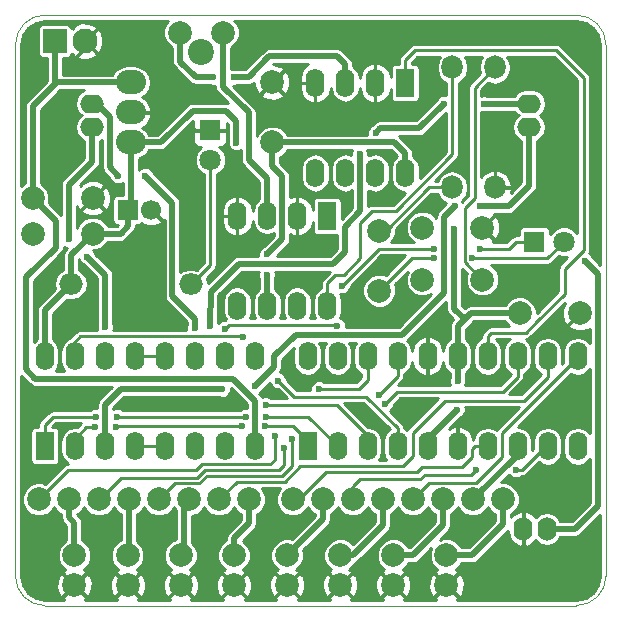
<source format=gbr>
G04 #@! TF.FileFunction,Copper,L1,Top,Signal*
%FSLAX46Y46*%
G04 Gerber Fmt 4.6, Leading zero omitted, Abs format (unit mm)*
G04 Created by KiCad (PCBNEW 4.0.2+dfsg1-stable) date Mon 02 Okt 2017 19:03:43 CEST*
%MOMM*%
G01*
G04 APERTURE LIST*
%ADD10C,0.100000*%
%ADD11R,2.000000X2.000000*%
%ADD12C,2.100000*%
%ADD13C,2.000000*%
%ADD14C,1.700000*%
%ADD15R,1.700000X1.700000*%
%ADD16R,1.800000X1.800000*%
%ADD17C,1.800000*%
%ADD18O,2.540000X2.032000*%
%ADD19R,1.600000X2.400000*%
%ADD20O,1.600000X2.400000*%
%ADD21C,2.200000*%
%ADD22O,1.800000X2.000000*%
%ADD23O,2.000000X1.800000*%
%ADD24O,2.000000X1.600000*%
%ADD25O,1.600000X2.000000*%
%ADD26C,0.600000*%
%ADD27C,0.250000*%
%ADD28C,0.500000*%
G04 APERTURE END LIST*
D10*
X0Y2500000D02*
G75*
G03X2500000Y0I2500000J0D01*
G01*
X47500000Y0D02*
G75*
G03X50000000Y2500000I0J2500000D01*
G01*
X50000000Y2500000D02*
X50000000Y47500000D01*
X2500000Y0D02*
X47500000Y0D01*
X0Y47500000D02*
X0Y2500000D01*
X50000000Y47500000D02*
G75*
G03X47500000Y50000000I-2500000J0D01*
G01*
X2500000Y50000000D02*
G75*
G03X0Y47500000I0J-2500000D01*
G01*
X2500000Y50000000D02*
X47500000Y50000000D01*
D11*
X3330000Y47800000D03*
D12*
X5870000Y47800000D03*
D13*
X1460000Y34500000D03*
X6540000Y34500000D03*
D14*
X11500000Y33500000D03*
D15*
X9500000Y33500000D03*
D13*
X1460000Y31500000D03*
X6540000Y31500000D03*
X47790000Y24750000D03*
X42710000Y24750000D03*
X39540000Y32000000D03*
X34460000Y32000000D03*
X39540000Y27600000D03*
X34460000Y27600000D03*
D16*
X43950000Y30800000D03*
D17*
X46450000Y30800000D03*
D13*
X21750000Y39210000D03*
X21750000Y44290000D03*
X30800000Y31740000D03*
X30800000Y26660000D03*
D16*
X16500000Y40250000D03*
D17*
X16500000Y37710000D03*
D13*
X5000000Y1730000D03*
X5000000Y4270000D03*
X9500000Y1730000D03*
X9500000Y4270000D03*
X14000000Y1730000D03*
X14000000Y4270000D03*
X18500000Y1730000D03*
X18500000Y4270000D03*
X23000000Y1730000D03*
X23000000Y4270000D03*
X27500000Y1730000D03*
X27500000Y4270000D03*
X32000000Y1730000D03*
X32000000Y4270000D03*
X36500000Y1730000D03*
X36500000Y4270000D03*
D18*
X9750000Y41750000D03*
X9750000Y39210000D03*
X9750000Y44290000D03*
D19*
X2500000Y13500000D03*
D20*
X20280000Y21120000D03*
X5040000Y13500000D03*
X17740000Y21120000D03*
X7580000Y13500000D03*
X15200000Y21120000D03*
X10120000Y13500000D03*
X12660000Y21120000D03*
X12660000Y13500000D03*
X10120000Y21120000D03*
X15200000Y13500000D03*
X7580000Y21120000D03*
X17740000Y13500000D03*
X5040000Y21120000D03*
X20280000Y13500000D03*
X2500000Y21120000D03*
D19*
X24750000Y13500000D03*
D20*
X47610000Y21120000D03*
X27290000Y13500000D03*
X45070000Y21120000D03*
X29830000Y13500000D03*
X42530000Y21120000D03*
X32370000Y13500000D03*
X39990000Y21120000D03*
X34910000Y13500000D03*
X37450000Y21120000D03*
X37450000Y13500000D03*
X34910000Y21120000D03*
X39990000Y13500000D03*
X32370000Y21120000D03*
X42530000Y13500000D03*
X29830000Y21120000D03*
X45070000Y13500000D03*
X27290000Y21120000D03*
X47610000Y13500000D03*
X24750000Y21120000D03*
D19*
X26400000Y33000000D03*
D20*
X18780000Y25380000D03*
X23860000Y33000000D03*
X21320000Y25380000D03*
X21320000Y33000000D03*
X23860000Y25380000D03*
X18780000Y33000000D03*
X26400000Y25380000D03*
D19*
X33000000Y44250000D03*
D20*
X25380000Y36630000D03*
X30460000Y44250000D03*
X27920000Y36630000D03*
X27920000Y44250000D03*
X30460000Y36630000D03*
X25380000Y44250000D03*
X33000000Y36630000D03*
D21*
X15750000Y46900000D03*
D13*
X17550000Y48500000D03*
X13950000Y48500000D03*
X23500000Y9000000D03*
X26040000Y9000000D03*
X28580000Y9000000D03*
X31120000Y9000000D03*
X33660000Y9000000D03*
X36200000Y9000000D03*
X38740000Y9000000D03*
X41280000Y9000000D03*
X2000000Y9000000D03*
X4540000Y9000000D03*
X7080000Y9000000D03*
X9620000Y9000000D03*
X12160000Y9000000D03*
X14700000Y9000000D03*
X17240000Y9000000D03*
X19780000Y9000000D03*
D22*
X37000000Y35400000D03*
X37000000Y45560000D03*
X40600000Y35400000D03*
X40600000Y45560000D03*
D23*
X4700000Y27200000D03*
X14860000Y27200000D03*
D24*
X6500000Y42500000D03*
X6500000Y40500000D03*
X43500000Y40500000D03*
X43500000Y42500000D03*
D25*
X43000000Y6500000D03*
X45000000Y6500000D03*
D26*
X33800000Y6600000D03*
X38600000Y6600000D03*
X9750000Y46500000D03*
X1800000Y45300000D03*
X32820000Y24890000D03*
X32600000Y31400000D03*
X19000000Y27600000D03*
X43600000Y27200000D03*
X39200000Y23500000D03*
X30800000Y34300000D03*
X11760000Y26920000D03*
X45680000Y35870000D03*
X20380000Y35800000D03*
X45200000Y10670000D03*
X37800000Y38800000D03*
X35000000Y39000000D03*
X40400000Y38800000D03*
X12600000Y17000000D03*
X17600000Y17000000D03*
X33300000Y16600000D03*
X28600000Y16900000D03*
X24400000Y27800000D03*
X3400000Y37500000D03*
X40100000Y15700000D03*
X46500000Y16600000D03*
X23700000Y19000000D03*
X22200000Y17700000D03*
X5200000Y24800000D03*
X2200000Y26900000D03*
X5300000Y17500000D03*
X37150000Y31900000D03*
X21300000Y29750000D03*
X21300000Y28000000D03*
X37400000Y16600000D03*
X37450000Y19050000D03*
X18700000Y39200000D03*
X27650000Y27100000D03*
X35400000Y30200000D03*
X39300000Y30200000D03*
X35400000Y29400000D03*
X38700000Y29400000D03*
X48200000Y29200000D03*
X8700000Y36400000D03*
X11000000Y36400000D03*
X15200000Y23500000D03*
X7600000Y23600000D03*
X6100000Y29500000D03*
X4500000Y31000000D03*
X39300000Y33800000D03*
X37200000Y33800000D03*
X20300000Y18600000D03*
X17500000Y18300000D03*
X39700000Y42500000D03*
X36300000Y42500000D03*
X30525000Y40050000D03*
X29150000Y38200000D03*
X16500000Y23700000D03*
X16750000Y44750000D03*
X18500000Y44750000D03*
X25700000Y18350000D03*
X21950000Y14350000D03*
X22700000Y13350000D03*
X30750000Y17800000D03*
X23400000Y14100000D03*
X31300000Y17050000D03*
X39000000Y11500000D03*
X42400000Y11500000D03*
X6800000Y16000000D03*
X8600000Y16000000D03*
X19500000Y16000000D03*
X21200000Y16000000D03*
X22250000Y19050000D03*
X6700000Y15100000D03*
X8500000Y15100000D03*
X19200000Y15200000D03*
X21100000Y15200000D03*
X17750000Y23450000D03*
X27250000Y23700000D03*
X21200000Y17000000D03*
X19300000Y22700000D03*
D27*
X38600000Y6600000D02*
X38800000Y6600000D01*
D28*
X3330000Y47800000D02*
X3330000Y44130000D01*
X3330000Y44130000D02*
X3300000Y44100000D01*
X9750000Y44290000D02*
X3490000Y44290000D01*
X1460000Y42260000D02*
X1460000Y34500000D01*
X3490000Y44290000D02*
X3300000Y44100000D01*
X3300000Y44100000D02*
X1460000Y42260000D01*
X1460000Y34500000D02*
X3400000Y32560000D01*
X20280000Y17320000D02*
X20280000Y13500000D01*
X18400000Y19200000D02*
X20280000Y17320000D01*
X1700000Y19200000D02*
X18400000Y19200000D01*
X900000Y20000000D02*
X1700000Y19200000D01*
X900000Y27800000D02*
X900000Y20000000D01*
X3400000Y30300000D02*
X900000Y27800000D01*
X3400000Y32560000D02*
X3400000Y30300000D01*
D27*
X9750000Y46500000D02*
X8300000Y46500000D01*
X4800000Y46100000D02*
X5870000Y47170000D01*
X4800000Y46000000D02*
X4800000Y46100000D01*
X5100000Y45700000D02*
X4800000Y46000000D01*
X7500000Y45700000D02*
X5100000Y45700000D01*
X8300000Y46500000D02*
X7500000Y45700000D01*
X5870000Y47800000D02*
X5870000Y47170000D01*
X12600000Y17000000D02*
X17600000Y17000000D01*
X2200000Y26900000D02*
X2100000Y26900000D01*
D28*
X37150000Y25100000D02*
X38025000Y24225000D01*
X37150000Y31900000D02*
X37150000Y25100000D01*
X21320000Y25380000D02*
X21320000Y27980000D01*
X21750000Y37200000D02*
X21750000Y39210000D01*
X22600000Y36350000D02*
X21750000Y37200000D01*
X22600000Y31050000D02*
X22600000Y36350000D01*
X21300000Y29750000D02*
X22600000Y31050000D01*
X21320000Y27980000D02*
X21300000Y28000000D01*
X34910000Y13500000D02*
X34910000Y14110000D01*
X34910000Y14110000D02*
X37400000Y16600000D01*
X37450000Y19050000D02*
X37450000Y21120000D01*
X4700000Y27200000D02*
X4700000Y29660000D01*
X4700000Y29660000D02*
X6540000Y31500000D01*
X2500000Y21120000D02*
X2500000Y25000000D01*
X2500000Y25000000D02*
X4700000Y27200000D01*
X6540000Y31500000D02*
X6500000Y31500000D01*
X6540000Y31500000D02*
X8900000Y31500000D01*
X8900000Y31500000D02*
X9500000Y32100000D01*
X9500000Y32100000D02*
X9500000Y33500000D01*
X9750000Y39210000D02*
X9750000Y33750000D01*
X9750000Y33750000D02*
X9500000Y33500000D01*
X9750000Y39210000D02*
X12310000Y39210000D01*
X18700000Y41000000D02*
X18700000Y39200000D01*
X17800000Y41900000D02*
X18700000Y41000000D01*
X15000000Y41900000D02*
X17800000Y41900000D01*
X12310000Y39210000D02*
X15000000Y41900000D01*
X21750000Y39210000D02*
X32090000Y39210000D01*
X33000000Y38300000D02*
X33000000Y36630000D01*
X32090000Y39210000D02*
X33000000Y38300000D01*
X37450000Y21120000D02*
X37450000Y23650000D01*
X37450000Y23650000D02*
X38025000Y24225000D01*
X38025000Y24225000D02*
X38550000Y24750000D01*
X38550000Y24750000D02*
X42710000Y24750000D01*
D27*
X39540000Y27600000D02*
X38050000Y29090000D01*
X38050000Y33650000D02*
X38050000Y29090000D01*
X38900000Y43860000D02*
X40600000Y45560000D01*
X38900000Y34500000D02*
X38900000Y43860000D01*
X38900000Y34500000D02*
X38050000Y33650000D01*
X27650000Y27100000D02*
X30750000Y30200000D01*
X30750000Y30200000D02*
X35400000Y30200000D01*
X39300000Y30200000D02*
X41800000Y30200000D01*
X41800000Y30200000D02*
X42400000Y30800000D01*
X42400000Y30800000D02*
X43950000Y30800000D01*
X46450000Y30800000D02*
X45050000Y29400000D01*
X33540000Y29400000D02*
X30800000Y26660000D01*
X35400000Y29400000D02*
X33540000Y29400000D01*
X45050000Y29400000D02*
X38700000Y29400000D01*
D28*
X45000000Y6500000D02*
X47400000Y6500000D01*
X49300000Y28100000D02*
X48200000Y29200000D01*
X49300000Y8400000D02*
X49300000Y28100000D01*
X47400000Y6500000D02*
X49300000Y8400000D01*
D27*
X37000000Y35400000D02*
X35000000Y35400000D01*
X35000000Y35400000D02*
X31340000Y31740000D01*
X31340000Y31740000D02*
X30800000Y31740000D01*
X37000000Y35400000D02*
X36800000Y35400000D01*
X16500000Y37710000D02*
X16500000Y28840000D01*
X16500000Y28840000D02*
X14860000Y27200000D01*
D28*
X8700000Y36400000D02*
X8000000Y37100000D01*
X15200000Y24300000D02*
X13300000Y26200000D01*
X13300000Y26200000D02*
X13300000Y34100000D01*
X13300000Y34100000D02*
X11000000Y36400000D01*
X15200000Y23500000D02*
X15200000Y24300000D01*
X8000000Y41400000D02*
X6900000Y42500000D01*
X8000000Y37100000D02*
X8000000Y41400000D01*
X6900000Y42500000D02*
X6500000Y42500000D01*
X6500000Y40500000D02*
X6500000Y37600000D01*
X7600000Y28000000D02*
X7600000Y23600000D01*
X6100000Y29500000D02*
X7600000Y28000000D01*
X4500000Y35600000D02*
X4500000Y31000000D01*
X6500000Y37600000D02*
X4500000Y35600000D01*
X36300000Y28600000D02*
X36300000Y26500000D01*
X43500000Y35550000D02*
X41750000Y33800000D01*
X41750000Y33800000D02*
X39300000Y33800000D01*
X37200000Y33800000D02*
X36300000Y32900000D01*
X36300000Y32900000D02*
X36300000Y28600000D01*
X36300000Y26500000D02*
X32724998Y22924998D01*
X32724998Y22924998D02*
X23724998Y22924998D01*
X23724998Y22924998D02*
X21900000Y21100000D01*
X21900000Y21100000D02*
X21900000Y20200000D01*
X21900000Y20200000D02*
X20300000Y18600000D01*
X17500000Y18300000D02*
X8900000Y18300000D01*
X8900000Y18300000D02*
X7580000Y16980000D01*
X7580000Y13500000D02*
X7580000Y16980000D01*
X43500000Y35550000D02*
X43500000Y40500000D01*
X16525000Y26575000D02*
X16475000Y23725000D01*
X36300000Y42500000D02*
X34200000Y40400000D01*
X34200000Y40400000D02*
X30875000Y40400000D01*
X30875000Y40400000D02*
X30525000Y40050000D01*
X29150000Y38200000D02*
X29200000Y38150000D01*
X29200000Y38150000D02*
X29200000Y33375000D01*
X29200000Y33375000D02*
X27900000Y32075000D01*
X27900000Y32075000D02*
X27900000Y29950000D01*
X27900000Y29950000D02*
X26900000Y28950000D01*
X26900000Y28950000D02*
X18900000Y28950000D01*
X18900000Y28950000D02*
X16525000Y26575000D01*
X39700000Y42500000D02*
X43500000Y42500000D01*
X16475000Y23725000D02*
X16500000Y23700000D01*
X17550000Y45800000D02*
X17550000Y48500000D01*
X17550000Y48450000D02*
X17550000Y48500000D01*
X17550000Y45800000D02*
X17550000Y45000000D01*
X17550000Y45000000D02*
X17550000Y44000000D01*
X17550000Y44000000D02*
X17550000Y43950000D01*
X21320000Y36180000D02*
X21320000Y33000000D01*
X19750000Y37750000D02*
X21320000Y36180000D01*
X19750000Y41750000D02*
X19750000Y37750000D01*
X17550000Y43950000D02*
X19750000Y41750000D01*
D27*
X21320000Y33580000D02*
X21320000Y33000000D01*
D28*
X13950000Y48500000D02*
X13950000Y46050000D01*
X27920000Y45830000D02*
X27920000Y44250000D01*
X13950000Y46050000D02*
X15250000Y44750000D01*
X15250000Y44750000D02*
X16750000Y44750000D01*
X18500000Y44750000D02*
X19500000Y44750000D01*
X19500000Y44750000D02*
X19750000Y44750000D01*
X19750000Y44750000D02*
X21500000Y46500000D01*
X21500000Y46500000D02*
X27250000Y46500000D01*
X27250000Y46500000D02*
X27920000Y45830000D01*
D27*
X27920000Y44780000D02*
X27920000Y44250000D01*
D28*
X5000000Y4270000D02*
X5000000Y7000000D01*
X4540000Y7460000D02*
X4540000Y9000000D01*
X5000000Y7000000D02*
X4540000Y7460000D01*
X9500000Y4270000D02*
X9620000Y4390000D01*
X9620000Y4390000D02*
X9620000Y9000000D01*
X14000000Y4270000D02*
X14300000Y4570000D01*
X14300000Y4570000D02*
X14300000Y8600000D01*
X14300000Y8600000D02*
X14700000Y9000000D01*
X18500000Y4270000D02*
X18500000Y5700000D01*
X19780000Y6980000D02*
X19780000Y9000000D01*
X18500000Y5700000D02*
X19780000Y6980000D01*
X23000000Y4270000D02*
X26040000Y7310000D01*
X26040000Y7310000D02*
X26040000Y9000000D01*
X27500000Y4270000D02*
X28570000Y4270000D01*
X31120000Y6820000D02*
X31120000Y9000000D01*
X28570000Y4270000D02*
X31120000Y6820000D01*
X32000000Y4270000D02*
X33670000Y4270000D01*
X36200000Y6800000D02*
X36200000Y9000000D01*
X33670000Y4270000D02*
X36200000Y6800000D01*
X36500000Y4270000D02*
X38670000Y4270000D01*
X41280000Y6880000D02*
X41280000Y9000000D01*
X38670000Y4270000D02*
X41280000Y6880000D01*
D27*
X37000000Y45560000D02*
X37000000Y38200000D01*
X26400000Y27300000D02*
X26400000Y25380000D01*
X27100000Y28000000D02*
X26400000Y27300000D01*
X27800000Y28000000D02*
X27100000Y28000000D01*
X29200000Y29400000D02*
X27800000Y28000000D01*
X29200000Y32400000D02*
X29200000Y29400000D01*
X30200000Y33400000D02*
X29200000Y32400000D01*
X32200000Y33400000D02*
X30200000Y33400000D01*
X37000000Y38200000D02*
X32200000Y33400000D01*
X2000000Y9000000D02*
X4450000Y11450000D01*
X29830000Y19130000D02*
X29830000Y21120000D01*
X29050000Y18350000D02*
X29830000Y19130000D01*
X25700000Y18350000D02*
X29050000Y18350000D01*
X21950000Y12350000D02*
X21950000Y14350000D01*
X21550002Y11950002D02*
X21950000Y12350000D01*
X15800002Y11950002D02*
X21550002Y11950002D01*
X15300000Y11450000D02*
X15800002Y11950002D01*
X4450000Y11450000D02*
X15300000Y11450000D01*
X7080000Y9000000D02*
X7150000Y9000000D01*
X7150000Y9000000D02*
X8950002Y10800002D01*
X8950002Y10800002D02*
X15350002Y10800002D01*
X15350002Y10800002D02*
X16050000Y11500000D01*
X16050000Y11500000D02*
X22300000Y11500000D01*
X22300000Y11500000D02*
X22700000Y11900000D01*
X22700000Y11900000D02*
X22700000Y13350000D01*
X30750000Y17800000D02*
X32370000Y19420000D01*
X32370000Y19420000D02*
X32370000Y21120000D01*
X42530000Y21120000D02*
X42530000Y19380000D01*
X13510000Y10350000D02*
X12160000Y9000000D01*
X15550000Y10350000D02*
X13510000Y10350000D01*
X16200000Y11000000D02*
X15550000Y10350000D01*
X22550000Y11000000D02*
X16200000Y11000000D01*
X23400000Y11850000D02*
X22550000Y11000000D01*
X23400000Y14100000D02*
X23400000Y11850000D01*
X32350000Y18100000D02*
X31300000Y17050000D01*
X41250000Y18100000D02*
X32350000Y18100000D01*
X42530000Y19380000D02*
X41250000Y18100000D01*
X17240000Y9000000D02*
X18740000Y10500000D01*
X45070000Y19370000D02*
X45070000Y21120000D01*
X43050000Y17350000D02*
X45070000Y19370000D01*
X36350000Y17350000D02*
X43050000Y17350000D01*
X33650000Y14650000D02*
X36350000Y17350000D01*
X33650000Y12650000D02*
X33650000Y14650000D01*
X32800000Y11800000D02*
X33650000Y12650000D01*
X24100000Y11800000D02*
X32800000Y11800000D01*
X22800000Y10500000D02*
X24100000Y11800000D01*
X18740000Y10500000D02*
X22800000Y10500000D01*
X23500000Y9000000D02*
X24000000Y9000000D01*
X24000000Y9000000D02*
X26300000Y11300000D01*
X26300000Y11300000D02*
X34000000Y11300000D01*
X34000000Y11300000D02*
X34450000Y11750000D01*
X34450000Y11750000D02*
X37850000Y11750000D01*
X37850000Y11750000D02*
X38700000Y12600000D01*
X38700000Y12600000D02*
X38700000Y13250000D01*
X38700000Y13250000D02*
X38950000Y13500000D01*
X38950000Y13500000D02*
X39990000Y13500000D01*
X45070000Y13500000D02*
X44900000Y13500000D01*
X44900000Y13500000D02*
X42900000Y11500000D01*
X28580000Y10130000D02*
X28580000Y9000000D01*
X29150000Y10700000D02*
X28580000Y10130000D01*
X34250000Y10700000D02*
X29150000Y10700000D01*
X34650000Y11100000D02*
X34250000Y10700000D01*
X38600000Y11100000D02*
X34650000Y11100000D01*
X39000000Y11500000D02*
X38600000Y11100000D01*
X42900000Y11500000D02*
X42400000Y11500000D01*
X45070000Y13500000D02*
X45070000Y13170000D01*
X33660000Y9000000D02*
X35060000Y10400000D01*
X41200000Y14600000D02*
X47610000Y21010000D01*
X41200000Y12600000D02*
X41200000Y14600000D01*
X39000000Y10400000D02*
X41200000Y12600000D01*
X35060000Y10400000D02*
X39000000Y10400000D01*
X47610000Y21010000D02*
X47610000Y21120000D01*
D28*
X38740000Y9000000D02*
X42530000Y12790000D01*
X42530000Y12790000D02*
X42530000Y13500000D01*
D27*
X27290000Y13500000D02*
X27290000Y13510000D01*
X27290000Y13510000D02*
X24800000Y16000000D01*
X2500000Y15300000D02*
X2500000Y13500000D01*
X3200000Y16000000D02*
X2500000Y15300000D01*
X6800000Y16000000D02*
X3200000Y16000000D01*
X19500000Y16000000D02*
X8600000Y16000000D01*
X24800000Y16000000D02*
X21200000Y16000000D01*
X2500000Y13500000D02*
X2500000Y13800000D01*
X27290000Y13910000D02*
X27290000Y13500000D01*
X22250000Y19050000D02*
X23600000Y17700000D01*
X23600000Y17700000D02*
X29700000Y17700000D01*
X29700000Y17700000D02*
X32370000Y15030000D01*
X32370000Y15030000D02*
X32370000Y13500000D01*
X5040000Y13500000D02*
X5040000Y14140000D01*
X5040000Y14140000D02*
X6000000Y15100000D01*
X6000000Y15100000D02*
X6700000Y15100000D01*
X8500000Y15100000D02*
X8600000Y15200000D01*
X8600000Y15200000D02*
X19200000Y15200000D01*
X21100000Y15200000D02*
X23500000Y15200000D01*
X23500000Y15200000D02*
X24750000Y13950000D01*
X24750000Y13950000D02*
X24750000Y13500000D01*
X17750000Y23450000D02*
X18100000Y23800000D01*
X18100000Y23800000D02*
X27150000Y23800000D01*
X27150000Y23800000D02*
X27250000Y23700000D01*
X27290000Y20490000D02*
X27290000Y21120000D01*
X27200000Y17000000D02*
X29830000Y14370000D01*
X21200000Y17000000D02*
X27200000Y17000000D01*
X29830000Y14370000D02*
X29830000Y13500000D01*
X5040000Y22340000D02*
X5040000Y21120000D01*
X5500000Y22800000D02*
X5040000Y22340000D01*
X19200000Y22800000D02*
X5500000Y22800000D01*
X19300000Y22700000D02*
X19200000Y22800000D01*
X47000000Y29000000D02*
X46500000Y28500000D01*
X33000000Y46200000D02*
X33800000Y47000000D01*
X33800000Y47000000D02*
X45800000Y47000000D01*
X45800000Y47000000D02*
X48100000Y44700000D01*
X48100000Y44700000D02*
X48100000Y30100000D01*
X48100000Y30100000D02*
X47000000Y29000000D01*
X44200000Y24100000D02*
X43200000Y23100000D01*
X43200000Y23100000D02*
X40300000Y23100000D01*
X40300000Y23100000D02*
X39990000Y22790000D01*
X39990000Y21120000D02*
X39990000Y22790000D01*
X33000000Y46200000D02*
X33000000Y44250000D01*
X46500000Y26400000D02*
X44200000Y24100000D01*
X46500000Y28500000D02*
X46500000Y26400000D01*
G36*
X48625000Y14575355D02*
X48476206Y14798042D01*
X48078787Y15063588D01*
X47610000Y15156836D01*
X47141213Y15063588D01*
X46743794Y14798042D01*
X46478248Y14400623D01*
X46385000Y13931836D01*
X46385000Y13068164D01*
X46478248Y12599377D01*
X46743794Y12201958D01*
X47141213Y11936412D01*
X47610000Y11843164D01*
X48078787Y11936412D01*
X48476206Y12201958D01*
X48625000Y12424645D01*
X48625000Y8679594D01*
X47120406Y7175000D01*
X46136069Y7175000D01*
X46131752Y7196704D01*
X45866206Y7594123D01*
X45468787Y7859669D01*
X45000000Y7952917D01*
X44531213Y7859669D01*
X44133794Y7594123D01*
X44049302Y7467672D01*
X43919238Y7654594D01*
X43483958Y7933707D01*
X43231931Y8004543D01*
X43025000Y7893488D01*
X43025000Y6525000D01*
X43045000Y6525000D01*
X43045000Y6475000D01*
X43025000Y6475000D01*
X43025000Y5106512D01*
X43231931Y4995457D01*
X43483958Y5066293D01*
X43919238Y5345406D01*
X44049302Y5532328D01*
X44133794Y5405877D01*
X44531213Y5140331D01*
X45000000Y5047083D01*
X45468787Y5140331D01*
X45866206Y5405877D01*
X46131752Y5803296D01*
X46136069Y5825000D01*
X47400000Y5825000D01*
X47658312Y5876381D01*
X47877297Y6022703D01*
X49525000Y7670406D01*
X49525000Y2546783D01*
X49362259Y1728627D01*
X48925311Y1074689D01*
X48271373Y637741D01*
X47453217Y475000D01*
X37400285Y475000D01*
X37488823Y705822D01*
X36500000Y1694645D01*
X35511177Y705822D01*
X35599715Y475000D01*
X32900285Y475000D01*
X32988823Y705822D01*
X32000000Y1694645D01*
X31011177Y705822D01*
X31099715Y475000D01*
X28400285Y475000D01*
X28488823Y705822D01*
X27500000Y1694645D01*
X26511177Y705822D01*
X26599715Y475000D01*
X23900285Y475000D01*
X23988823Y705822D01*
X23000000Y1694645D01*
X22011177Y705822D01*
X22099715Y475000D01*
X19400285Y475000D01*
X19488823Y705822D01*
X18500000Y1694645D01*
X17511177Y705822D01*
X17599715Y475000D01*
X14900285Y475000D01*
X14988823Y705822D01*
X14000000Y1694645D01*
X13011177Y705822D01*
X13099715Y475000D01*
X10400285Y475000D01*
X10488823Y705822D01*
X9500000Y1694645D01*
X8511177Y705822D01*
X8599715Y475000D01*
X5900285Y475000D01*
X5988823Y705822D01*
X5000000Y1694645D01*
X4011177Y705822D01*
X4099715Y475000D01*
X2546783Y475000D01*
X1728627Y637741D01*
X1074689Y1074689D01*
X815827Y1462103D01*
X3468376Y1462103D01*
X3687484Y896368D01*
X3727546Y836410D01*
X3975822Y741177D01*
X4964645Y1730000D01*
X5035355Y1730000D01*
X6024178Y741177D01*
X6272454Y836410D01*
X6517556Y1391378D01*
X6519196Y1462103D01*
X7968376Y1462103D01*
X8187484Y896368D01*
X8227546Y836410D01*
X8475822Y741177D01*
X9464645Y1730000D01*
X9535355Y1730000D01*
X10524178Y741177D01*
X10772454Y836410D01*
X11017556Y1391378D01*
X11019196Y1462103D01*
X12468376Y1462103D01*
X12687484Y896368D01*
X12727546Y836410D01*
X12975822Y741177D01*
X13964645Y1730000D01*
X14035355Y1730000D01*
X15024178Y741177D01*
X15272454Y836410D01*
X15517556Y1391378D01*
X15519196Y1462103D01*
X16968376Y1462103D01*
X17187484Y896368D01*
X17227546Y836410D01*
X17475822Y741177D01*
X18464645Y1730000D01*
X18535355Y1730000D01*
X19524178Y741177D01*
X19772454Y836410D01*
X20017556Y1391378D01*
X20019196Y1462103D01*
X21468376Y1462103D01*
X21687484Y896368D01*
X21727546Y836410D01*
X21975822Y741177D01*
X22964645Y1730000D01*
X23035355Y1730000D01*
X24024178Y741177D01*
X24272454Y836410D01*
X24517556Y1391378D01*
X24519196Y1462103D01*
X25968376Y1462103D01*
X26187484Y896368D01*
X26227546Y836410D01*
X26475822Y741177D01*
X27464645Y1730000D01*
X27535355Y1730000D01*
X28524178Y741177D01*
X28772454Y836410D01*
X29017556Y1391378D01*
X29019196Y1462103D01*
X30468376Y1462103D01*
X30687484Y896368D01*
X30727546Y836410D01*
X30975822Y741177D01*
X31964645Y1730000D01*
X32035355Y1730000D01*
X33024178Y741177D01*
X33272454Y836410D01*
X33517556Y1391378D01*
X33519196Y1462103D01*
X34968376Y1462103D01*
X35187484Y896368D01*
X35227546Y836410D01*
X35475822Y741177D01*
X36464645Y1730000D01*
X36535355Y1730000D01*
X37524178Y741177D01*
X37772454Y836410D01*
X38017556Y1391378D01*
X38031624Y1997897D01*
X37812516Y2563632D01*
X37772454Y2623590D01*
X37524178Y2718823D01*
X36535355Y1730000D01*
X36464645Y1730000D01*
X35475822Y2718823D01*
X35227546Y2623590D01*
X34982444Y2068622D01*
X34968376Y1462103D01*
X33519196Y1462103D01*
X33531624Y1997897D01*
X33312516Y2563632D01*
X33272454Y2623590D01*
X33024178Y2718823D01*
X32035355Y1730000D01*
X31964645Y1730000D01*
X30975822Y2718823D01*
X30727546Y2623590D01*
X30482444Y2068622D01*
X30468376Y1462103D01*
X29019196Y1462103D01*
X29031624Y1997897D01*
X28812516Y2563632D01*
X28772454Y2623590D01*
X28524178Y2718823D01*
X27535355Y1730000D01*
X27464645Y1730000D01*
X26475822Y2718823D01*
X26227546Y2623590D01*
X25982444Y2068622D01*
X25968376Y1462103D01*
X24519196Y1462103D01*
X24531624Y1997897D01*
X24312516Y2563632D01*
X24272454Y2623590D01*
X24024178Y2718823D01*
X23035355Y1730000D01*
X22964645Y1730000D01*
X21975822Y2718823D01*
X21727546Y2623590D01*
X21482444Y2068622D01*
X21468376Y1462103D01*
X20019196Y1462103D01*
X20031624Y1997897D01*
X19812516Y2563632D01*
X19772454Y2623590D01*
X19524178Y2718823D01*
X18535355Y1730000D01*
X18464645Y1730000D01*
X17475822Y2718823D01*
X17227546Y2623590D01*
X16982444Y2068622D01*
X16968376Y1462103D01*
X15519196Y1462103D01*
X15531624Y1997897D01*
X15312516Y2563632D01*
X15272454Y2623590D01*
X15024178Y2718823D01*
X14035355Y1730000D01*
X13964645Y1730000D01*
X12975822Y2718823D01*
X12727546Y2623590D01*
X12482444Y2068622D01*
X12468376Y1462103D01*
X11019196Y1462103D01*
X11031624Y1997897D01*
X10812516Y2563632D01*
X10772454Y2623590D01*
X10524178Y2718823D01*
X9535355Y1730000D01*
X9464645Y1730000D01*
X8475822Y2718823D01*
X8227546Y2623590D01*
X7982444Y2068622D01*
X7968376Y1462103D01*
X6519196Y1462103D01*
X6531624Y1997897D01*
X6312516Y2563632D01*
X6272454Y2623590D01*
X6024178Y2718823D01*
X5035355Y1730000D01*
X4964645Y1730000D01*
X3975822Y2718823D01*
X3727546Y2623590D01*
X3482444Y2068622D01*
X3468376Y1462103D01*
X815827Y1462103D01*
X637741Y1728627D01*
X475000Y2546783D01*
X475000Y19470406D01*
X1222703Y18722703D01*
X1441688Y18576381D01*
X1700000Y18525000D01*
X8170406Y18525000D01*
X7102703Y17457297D01*
X6956381Y17238312D01*
X6921249Y17061689D01*
X6905000Y16980000D01*
X6905000Y16724909D01*
X6656421Y16725126D01*
X6389857Y16614984D01*
X6324759Y16550000D01*
X3200000Y16550000D01*
X2989524Y16508134D01*
X2811091Y16388909D01*
X2811089Y16388906D01*
X2111091Y15688909D01*
X1991866Y15510476D01*
X1950000Y15300000D01*
X1950000Y15133326D01*
X1700000Y15133326D01*
X1542504Y15103691D01*
X1397854Y15010611D01*
X1300814Y14868588D01*
X1266674Y14700000D01*
X1266674Y12300000D01*
X1296309Y12142504D01*
X1389389Y11997854D01*
X1531412Y11900814D01*
X1700000Y11866674D01*
X3300000Y11866674D01*
X3457496Y11896309D01*
X3602146Y11989389D01*
X3699186Y12131412D01*
X3733326Y12300000D01*
X3733326Y14700000D01*
X3703691Y14857496D01*
X3610611Y15002146D01*
X3468588Y15099186D01*
X3300000Y15133326D01*
X3111144Y15133326D01*
X3427817Y15450000D01*
X5572182Y15450000D01*
X5239362Y15117180D01*
X5040000Y15156836D01*
X4571213Y15063588D01*
X4173794Y14798042D01*
X3908248Y14400623D01*
X3815000Y13931836D01*
X3815000Y13068164D01*
X3908248Y12599377D01*
X4173794Y12201958D01*
X4476047Y12000000D01*
X4450000Y12000000D01*
X4239524Y11958134D01*
X4061091Y11838909D01*
X2540651Y10318469D01*
X2284693Y10424752D01*
X1717794Y10425246D01*
X1193857Y10208760D01*
X792649Y9808251D01*
X575248Y9284693D01*
X574754Y8717794D01*
X791240Y8193857D01*
X1191749Y7792649D01*
X1715307Y7575248D01*
X2282206Y7574754D01*
X2806143Y7791240D01*
X3207351Y8191749D01*
X3269885Y8342347D01*
X3331240Y8193857D01*
X3731749Y7792649D01*
X3865000Y7737318D01*
X3865000Y7460000D01*
X3916381Y7201688D01*
X4062703Y6982703D01*
X4325000Y6720406D01*
X4325000Y5532947D01*
X4193857Y5478760D01*
X3792649Y5078251D01*
X3575248Y4554693D01*
X3574754Y3987794D01*
X3791240Y3463857D01*
X4191749Y3062649D01*
X4204587Y3057318D01*
X4166368Y3042516D01*
X4106410Y3002454D01*
X4011177Y2754178D01*
X5000000Y1765355D01*
X5988823Y2754178D01*
X5893590Y3002454D01*
X5782554Y3051493D01*
X5806143Y3061240D01*
X6207351Y3461749D01*
X6424752Y3985307D01*
X6425246Y4552206D01*
X6208760Y5076143D01*
X5808251Y5477351D01*
X5675000Y5532682D01*
X5675000Y7000000D01*
X5664719Y7051688D01*
X5623619Y7258312D01*
X5477297Y7477297D01*
X5216798Y7737796D01*
X5346143Y7791240D01*
X5747351Y8191749D01*
X5809885Y8342347D01*
X5871240Y8193857D01*
X6271749Y7792649D01*
X6795307Y7575248D01*
X7362206Y7574754D01*
X7886143Y7791240D01*
X8287351Y8191749D01*
X8349885Y8342347D01*
X8411240Y8193857D01*
X8811749Y7792649D01*
X8945000Y7737318D01*
X8945000Y5582530D01*
X8693857Y5478760D01*
X8292649Y5078251D01*
X8075248Y4554693D01*
X8074754Y3987794D01*
X8291240Y3463857D01*
X8691749Y3062649D01*
X8704587Y3057318D01*
X8666368Y3042516D01*
X8606410Y3002454D01*
X8511177Y2754178D01*
X9500000Y1765355D01*
X10488823Y2754178D01*
X10393590Y3002454D01*
X10282554Y3051493D01*
X10306143Y3061240D01*
X10707351Y3461749D01*
X10924752Y3985307D01*
X10925246Y4552206D01*
X10708760Y5076143D01*
X10308251Y5477351D01*
X10295000Y5482853D01*
X10295000Y7737053D01*
X10426143Y7791240D01*
X10827351Y8191749D01*
X10889885Y8342347D01*
X10951240Y8193857D01*
X11351749Y7792649D01*
X11875307Y7575248D01*
X12442206Y7574754D01*
X12966143Y7791240D01*
X13367351Y8191749D01*
X13429885Y8342347D01*
X13491240Y8193857D01*
X13625000Y8059864D01*
X13625000Y5656904D01*
X13193857Y5478760D01*
X12792649Y5078251D01*
X12575248Y4554693D01*
X12574754Y3987794D01*
X12791240Y3463857D01*
X13191749Y3062649D01*
X13204587Y3057318D01*
X13166368Y3042516D01*
X13106410Y3002454D01*
X13011177Y2754178D01*
X14000000Y1765355D01*
X14988823Y2754178D01*
X14893590Y3002454D01*
X14782554Y3051493D01*
X14806143Y3061240D01*
X15207351Y3461749D01*
X15424752Y3985307D01*
X15425246Y4552206D01*
X15208760Y5076143D01*
X14975000Y5310311D01*
X14975000Y7574760D01*
X14982206Y7574754D01*
X15506143Y7791240D01*
X15907351Y8191749D01*
X15969885Y8342347D01*
X16031240Y8193857D01*
X16431749Y7792649D01*
X16955307Y7575248D01*
X17522206Y7574754D01*
X18046143Y7791240D01*
X18447351Y8191749D01*
X18509885Y8342347D01*
X18571240Y8193857D01*
X18971749Y7792649D01*
X19105000Y7737318D01*
X19105000Y7259594D01*
X18022703Y6177297D01*
X17876381Y5958312D01*
X17876381Y5958311D01*
X17825000Y5700000D01*
X17825000Y5532947D01*
X17693857Y5478760D01*
X17292649Y5078251D01*
X17075248Y4554693D01*
X17074754Y3987794D01*
X17291240Y3463857D01*
X17691749Y3062649D01*
X17704587Y3057318D01*
X17666368Y3042516D01*
X17606410Y3002454D01*
X17511177Y2754178D01*
X18500000Y1765355D01*
X19488823Y2754178D01*
X19393590Y3002454D01*
X19282554Y3051493D01*
X19306143Y3061240D01*
X19707351Y3461749D01*
X19924752Y3985307D01*
X19925246Y4552206D01*
X19708760Y5076143D01*
X19308251Y5477351D01*
X19254334Y5499740D01*
X20257297Y6502703D01*
X20403618Y6721688D01*
X20403619Y6721689D01*
X20455000Y6980000D01*
X20455000Y7737053D01*
X20586143Y7791240D01*
X20987351Y8191749D01*
X21204752Y8715307D01*
X21205246Y9282206D01*
X20988760Y9806143D01*
X20845154Y9950000D01*
X22434645Y9950000D01*
X22292649Y9808251D01*
X22075248Y9284693D01*
X22074754Y8717794D01*
X22291240Y8193857D01*
X22691749Y7792649D01*
X23215307Y7575248D01*
X23782206Y7574754D01*
X24306143Y7791240D01*
X24707351Y8191749D01*
X24769885Y8342347D01*
X24831240Y8193857D01*
X25231749Y7792649D01*
X25365000Y7737318D01*
X25365000Y7589594D01*
X23415742Y5640336D01*
X23284693Y5694752D01*
X22717794Y5695246D01*
X22193857Y5478760D01*
X21792649Y5078251D01*
X21575248Y4554693D01*
X21574754Y3987794D01*
X21791240Y3463857D01*
X22191749Y3062649D01*
X22204587Y3057318D01*
X22166368Y3042516D01*
X22106410Y3002454D01*
X22011177Y2754178D01*
X23000000Y1765355D01*
X23988823Y2754178D01*
X23893590Y3002454D01*
X23782554Y3051493D01*
X23806143Y3061240D01*
X24207351Y3461749D01*
X24424752Y3985307D01*
X24425246Y4552206D01*
X24370148Y4685554D01*
X26517297Y6832703D01*
X26663619Y7051688D01*
X26715000Y7310000D01*
X26715000Y7737053D01*
X26846143Y7791240D01*
X27247351Y8191749D01*
X27309885Y8342347D01*
X27371240Y8193857D01*
X27771749Y7792649D01*
X28295307Y7575248D01*
X28862206Y7574754D01*
X29386143Y7791240D01*
X29787351Y8191749D01*
X29849885Y8342347D01*
X29911240Y8193857D01*
X30311749Y7792649D01*
X30445000Y7737318D01*
X30445000Y7099594D01*
X28565280Y5219874D01*
X28308251Y5477351D01*
X27784693Y5694752D01*
X27217794Y5695246D01*
X26693857Y5478760D01*
X26292649Y5078251D01*
X26075248Y4554693D01*
X26074754Y3987794D01*
X26291240Y3463857D01*
X26691749Y3062649D01*
X26704587Y3057318D01*
X26666368Y3042516D01*
X26606410Y3002454D01*
X26511177Y2754178D01*
X27500000Y1765355D01*
X28488823Y2754178D01*
X28393590Y3002454D01*
X28282554Y3051493D01*
X28306143Y3061240D01*
X28707351Y3461749D01*
X28780029Y3636777D01*
X28828312Y3646381D01*
X29047297Y3792703D01*
X31597297Y6342703D01*
X31743619Y6561689D01*
X31795000Y6820000D01*
X31795000Y7737053D01*
X31926143Y7791240D01*
X32327351Y8191749D01*
X32389885Y8342347D01*
X32451240Y8193857D01*
X32851749Y7792649D01*
X33375307Y7575248D01*
X33942206Y7574754D01*
X34466143Y7791240D01*
X34867351Y8191749D01*
X34929885Y8342347D01*
X34991240Y8193857D01*
X35391749Y7792649D01*
X35525000Y7737318D01*
X35525000Y7079594D01*
X33390406Y4945000D01*
X33262947Y4945000D01*
X33208760Y5076143D01*
X32808251Y5477351D01*
X32284693Y5694752D01*
X31717794Y5695246D01*
X31193857Y5478760D01*
X30792649Y5078251D01*
X30575248Y4554693D01*
X30574754Y3987794D01*
X30791240Y3463857D01*
X31191749Y3062649D01*
X31204587Y3057318D01*
X31166368Y3042516D01*
X31106410Y3002454D01*
X31011177Y2754178D01*
X32000000Y1765355D01*
X32988823Y2754178D01*
X32893590Y3002454D01*
X32782554Y3051493D01*
X32806143Y3061240D01*
X33207351Y3461749D01*
X33262682Y3595000D01*
X33670000Y3595000D01*
X33928312Y3646381D01*
X34147297Y3792703D01*
X35193096Y4838502D01*
X35075248Y4554693D01*
X35074754Y3987794D01*
X35291240Y3463857D01*
X35691749Y3062649D01*
X35704587Y3057318D01*
X35666368Y3042516D01*
X35606410Y3002454D01*
X35511177Y2754178D01*
X36500000Y1765355D01*
X37488823Y2754178D01*
X37393590Y3002454D01*
X37282554Y3051493D01*
X37306143Y3061240D01*
X37707351Y3461749D01*
X37762682Y3595000D01*
X38670000Y3595000D01*
X38928312Y3646381D01*
X39147297Y3792703D01*
X41675000Y6320406D01*
X41675000Y6275000D01*
X41785427Y5769847D01*
X42080762Y5345406D01*
X42516042Y5066293D01*
X42768069Y4995457D01*
X42975000Y5106512D01*
X42975000Y6475000D01*
X42955000Y6475000D01*
X42955000Y6525000D01*
X42975000Y6525000D01*
X42975000Y7893488D01*
X42768069Y8004543D01*
X42516042Y7933707D01*
X42080762Y7654594D01*
X41955000Y7473855D01*
X41955000Y7737053D01*
X42086143Y7791240D01*
X42487351Y8191749D01*
X42704752Y8715307D01*
X42705246Y9282206D01*
X42488760Y9806143D01*
X42088251Y10207351D01*
X41564693Y10424752D01*
X41119734Y10425140D01*
X41784851Y11090257D01*
X41785016Y11089857D01*
X41988784Y10885733D01*
X42255156Y10775126D01*
X42543579Y10774874D01*
X42810143Y10885016D01*
X42875241Y10950000D01*
X42900000Y10950000D01*
X43110476Y10991866D01*
X43288909Y11111091D01*
X44309288Y12131470D01*
X44601213Y11936412D01*
X45070000Y11843164D01*
X45538787Y11936412D01*
X45936206Y12201958D01*
X46201752Y12599377D01*
X46295000Y13068164D01*
X46295000Y13931836D01*
X46201752Y14400623D01*
X45936206Y14798042D01*
X45538787Y15063588D01*
X45070000Y15156836D01*
X44601213Y15063588D01*
X44203794Y14798042D01*
X43938248Y14400623D01*
X43845000Y13931836D01*
X43845000Y13222818D01*
X43755000Y13132818D01*
X43755000Y13931836D01*
X43661752Y14400623D01*
X43396206Y14798042D01*
X42998787Y15063588D01*
X42533882Y15156064D01*
X47017136Y19639318D01*
X47141213Y19556412D01*
X47610000Y19463164D01*
X48078787Y19556412D01*
X48476206Y19821958D01*
X48625000Y20044645D01*
X48625000Y14575355D01*
X48625000Y14575355D01*
G37*
X48625000Y14575355D02*
X48476206Y14798042D01*
X48078787Y15063588D01*
X47610000Y15156836D01*
X47141213Y15063588D01*
X46743794Y14798042D01*
X46478248Y14400623D01*
X46385000Y13931836D01*
X46385000Y13068164D01*
X46478248Y12599377D01*
X46743794Y12201958D01*
X47141213Y11936412D01*
X47610000Y11843164D01*
X48078787Y11936412D01*
X48476206Y12201958D01*
X48625000Y12424645D01*
X48625000Y8679594D01*
X47120406Y7175000D01*
X46136069Y7175000D01*
X46131752Y7196704D01*
X45866206Y7594123D01*
X45468787Y7859669D01*
X45000000Y7952917D01*
X44531213Y7859669D01*
X44133794Y7594123D01*
X44049302Y7467672D01*
X43919238Y7654594D01*
X43483958Y7933707D01*
X43231931Y8004543D01*
X43025000Y7893488D01*
X43025000Y6525000D01*
X43045000Y6525000D01*
X43045000Y6475000D01*
X43025000Y6475000D01*
X43025000Y5106512D01*
X43231931Y4995457D01*
X43483958Y5066293D01*
X43919238Y5345406D01*
X44049302Y5532328D01*
X44133794Y5405877D01*
X44531213Y5140331D01*
X45000000Y5047083D01*
X45468787Y5140331D01*
X45866206Y5405877D01*
X46131752Y5803296D01*
X46136069Y5825000D01*
X47400000Y5825000D01*
X47658312Y5876381D01*
X47877297Y6022703D01*
X49525000Y7670406D01*
X49525000Y2546783D01*
X49362259Y1728627D01*
X48925311Y1074689D01*
X48271373Y637741D01*
X47453217Y475000D01*
X37400285Y475000D01*
X37488823Y705822D01*
X36500000Y1694645D01*
X35511177Y705822D01*
X35599715Y475000D01*
X32900285Y475000D01*
X32988823Y705822D01*
X32000000Y1694645D01*
X31011177Y705822D01*
X31099715Y475000D01*
X28400285Y475000D01*
X28488823Y705822D01*
X27500000Y1694645D01*
X26511177Y705822D01*
X26599715Y475000D01*
X23900285Y475000D01*
X23988823Y705822D01*
X23000000Y1694645D01*
X22011177Y705822D01*
X22099715Y475000D01*
X19400285Y475000D01*
X19488823Y705822D01*
X18500000Y1694645D01*
X17511177Y705822D01*
X17599715Y475000D01*
X14900285Y475000D01*
X14988823Y705822D01*
X14000000Y1694645D01*
X13011177Y705822D01*
X13099715Y475000D01*
X10400285Y475000D01*
X10488823Y705822D01*
X9500000Y1694645D01*
X8511177Y705822D01*
X8599715Y475000D01*
X5900285Y475000D01*
X5988823Y705822D01*
X5000000Y1694645D01*
X4011177Y705822D01*
X4099715Y475000D01*
X2546783Y475000D01*
X1728627Y637741D01*
X1074689Y1074689D01*
X815827Y1462103D01*
X3468376Y1462103D01*
X3687484Y896368D01*
X3727546Y836410D01*
X3975822Y741177D01*
X4964645Y1730000D01*
X5035355Y1730000D01*
X6024178Y741177D01*
X6272454Y836410D01*
X6517556Y1391378D01*
X6519196Y1462103D01*
X7968376Y1462103D01*
X8187484Y896368D01*
X8227546Y836410D01*
X8475822Y741177D01*
X9464645Y1730000D01*
X9535355Y1730000D01*
X10524178Y741177D01*
X10772454Y836410D01*
X11017556Y1391378D01*
X11019196Y1462103D01*
X12468376Y1462103D01*
X12687484Y896368D01*
X12727546Y836410D01*
X12975822Y741177D01*
X13964645Y1730000D01*
X14035355Y1730000D01*
X15024178Y741177D01*
X15272454Y836410D01*
X15517556Y1391378D01*
X15519196Y1462103D01*
X16968376Y1462103D01*
X17187484Y896368D01*
X17227546Y836410D01*
X17475822Y741177D01*
X18464645Y1730000D01*
X18535355Y1730000D01*
X19524178Y741177D01*
X19772454Y836410D01*
X20017556Y1391378D01*
X20019196Y1462103D01*
X21468376Y1462103D01*
X21687484Y896368D01*
X21727546Y836410D01*
X21975822Y741177D01*
X22964645Y1730000D01*
X23035355Y1730000D01*
X24024178Y741177D01*
X24272454Y836410D01*
X24517556Y1391378D01*
X24519196Y1462103D01*
X25968376Y1462103D01*
X26187484Y896368D01*
X26227546Y836410D01*
X26475822Y741177D01*
X27464645Y1730000D01*
X27535355Y1730000D01*
X28524178Y741177D01*
X28772454Y836410D01*
X29017556Y1391378D01*
X29019196Y1462103D01*
X30468376Y1462103D01*
X30687484Y896368D01*
X30727546Y836410D01*
X30975822Y741177D01*
X31964645Y1730000D01*
X32035355Y1730000D01*
X33024178Y741177D01*
X33272454Y836410D01*
X33517556Y1391378D01*
X33519196Y1462103D01*
X34968376Y1462103D01*
X35187484Y896368D01*
X35227546Y836410D01*
X35475822Y741177D01*
X36464645Y1730000D01*
X36535355Y1730000D01*
X37524178Y741177D01*
X37772454Y836410D01*
X38017556Y1391378D01*
X38031624Y1997897D01*
X37812516Y2563632D01*
X37772454Y2623590D01*
X37524178Y2718823D01*
X36535355Y1730000D01*
X36464645Y1730000D01*
X35475822Y2718823D01*
X35227546Y2623590D01*
X34982444Y2068622D01*
X34968376Y1462103D01*
X33519196Y1462103D01*
X33531624Y1997897D01*
X33312516Y2563632D01*
X33272454Y2623590D01*
X33024178Y2718823D01*
X32035355Y1730000D01*
X31964645Y1730000D01*
X30975822Y2718823D01*
X30727546Y2623590D01*
X30482444Y2068622D01*
X30468376Y1462103D01*
X29019196Y1462103D01*
X29031624Y1997897D01*
X28812516Y2563632D01*
X28772454Y2623590D01*
X28524178Y2718823D01*
X27535355Y1730000D01*
X27464645Y1730000D01*
X26475822Y2718823D01*
X26227546Y2623590D01*
X25982444Y2068622D01*
X25968376Y1462103D01*
X24519196Y1462103D01*
X24531624Y1997897D01*
X24312516Y2563632D01*
X24272454Y2623590D01*
X24024178Y2718823D01*
X23035355Y1730000D01*
X22964645Y1730000D01*
X21975822Y2718823D01*
X21727546Y2623590D01*
X21482444Y2068622D01*
X21468376Y1462103D01*
X20019196Y1462103D01*
X20031624Y1997897D01*
X19812516Y2563632D01*
X19772454Y2623590D01*
X19524178Y2718823D01*
X18535355Y1730000D01*
X18464645Y1730000D01*
X17475822Y2718823D01*
X17227546Y2623590D01*
X16982444Y2068622D01*
X16968376Y1462103D01*
X15519196Y1462103D01*
X15531624Y1997897D01*
X15312516Y2563632D01*
X15272454Y2623590D01*
X15024178Y2718823D01*
X14035355Y1730000D01*
X13964645Y1730000D01*
X12975822Y2718823D01*
X12727546Y2623590D01*
X12482444Y2068622D01*
X12468376Y1462103D01*
X11019196Y1462103D01*
X11031624Y1997897D01*
X10812516Y2563632D01*
X10772454Y2623590D01*
X10524178Y2718823D01*
X9535355Y1730000D01*
X9464645Y1730000D01*
X8475822Y2718823D01*
X8227546Y2623590D01*
X7982444Y2068622D01*
X7968376Y1462103D01*
X6519196Y1462103D01*
X6531624Y1997897D01*
X6312516Y2563632D01*
X6272454Y2623590D01*
X6024178Y2718823D01*
X5035355Y1730000D01*
X4964645Y1730000D01*
X3975822Y2718823D01*
X3727546Y2623590D01*
X3482444Y2068622D01*
X3468376Y1462103D01*
X815827Y1462103D01*
X637741Y1728627D01*
X475000Y2546783D01*
X475000Y19470406D01*
X1222703Y18722703D01*
X1441688Y18576381D01*
X1700000Y18525000D01*
X8170406Y18525000D01*
X7102703Y17457297D01*
X6956381Y17238312D01*
X6921249Y17061689D01*
X6905000Y16980000D01*
X6905000Y16724909D01*
X6656421Y16725126D01*
X6389857Y16614984D01*
X6324759Y16550000D01*
X3200000Y16550000D01*
X2989524Y16508134D01*
X2811091Y16388909D01*
X2811089Y16388906D01*
X2111091Y15688909D01*
X1991866Y15510476D01*
X1950000Y15300000D01*
X1950000Y15133326D01*
X1700000Y15133326D01*
X1542504Y15103691D01*
X1397854Y15010611D01*
X1300814Y14868588D01*
X1266674Y14700000D01*
X1266674Y12300000D01*
X1296309Y12142504D01*
X1389389Y11997854D01*
X1531412Y11900814D01*
X1700000Y11866674D01*
X3300000Y11866674D01*
X3457496Y11896309D01*
X3602146Y11989389D01*
X3699186Y12131412D01*
X3733326Y12300000D01*
X3733326Y14700000D01*
X3703691Y14857496D01*
X3610611Y15002146D01*
X3468588Y15099186D01*
X3300000Y15133326D01*
X3111144Y15133326D01*
X3427817Y15450000D01*
X5572182Y15450000D01*
X5239362Y15117180D01*
X5040000Y15156836D01*
X4571213Y15063588D01*
X4173794Y14798042D01*
X3908248Y14400623D01*
X3815000Y13931836D01*
X3815000Y13068164D01*
X3908248Y12599377D01*
X4173794Y12201958D01*
X4476047Y12000000D01*
X4450000Y12000000D01*
X4239524Y11958134D01*
X4061091Y11838909D01*
X2540651Y10318469D01*
X2284693Y10424752D01*
X1717794Y10425246D01*
X1193857Y10208760D01*
X792649Y9808251D01*
X575248Y9284693D01*
X574754Y8717794D01*
X791240Y8193857D01*
X1191749Y7792649D01*
X1715307Y7575248D01*
X2282206Y7574754D01*
X2806143Y7791240D01*
X3207351Y8191749D01*
X3269885Y8342347D01*
X3331240Y8193857D01*
X3731749Y7792649D01*
X3865000Y7737318D01*
X3865000Y7460000D01*
X3916381Y7201688D01*
X4062703Y6982703D01*
X4325000Y6720406D01*
X4325000Y5532947D01*
X4193857Y5478760D01*
X3792649Y5078251D01*
X3575248Y4554693D01*
X3574754Y3987794D01*
X3791240Y3463857D01*
X4191749Y3062649D01*
X4204587Y3057318D01*
X4166368Y3042516D01*
X4106410Y3002454D01*
X4011177Y2754178D01*
X5000000Y1765355D01*
X5988823Y2754178D01*
X5893590Y3002454D01*
X5782554Y3051493D01*
X5806143Y3061240D01*
X6207351Y3461749D01*
X6424752Y3985307D01*
X6425246Y4552206D01*
X6208760Y5076143D01*
X5808251Y5477351D01*
X5675000Y5532682D01*
X5675000Y7000000D01*
X5664719Y7051688D01*
X5623619Y7258312D01*
X5477297Y7477297D01*
X5216798Y7737796D01*
X5346143Y7791240D01*
X5747351Y8191749D01*
X5809885Y8342347D01*
X5871240Y8193857D01*
X6271749Y7792649D01*
X6795307Y7575248D01*
X7362206Y7574754D01*
X7886143Y7791240D01*
X8287351Y8191749D01*
X8349885Y8342347D01*
X8411240Y8193857D01*
X8811749Y7792649D01*
X8945000Y7737318D01*
X8945000Y5582530D01*
X8693857Y5478760D01*
X8292649Y5078251D01*
X8075248Y4554693D01*
X8074754Y3987794D01*
X8291240Y3463857D01*
X8691749Y3062649D01*
X8704587Y3057318D01*
X8666368Y3042516D01*
X8606410Y3002454D01*
X8511177Y2754178D01*
X9500000Y1765355D01*
X10488823Y2754178D01*
X10393590Y3002454D01*
X10282554Y3051493D01*
X10306143Y3061240D01*
X10707351Y3461749D01*
X10924752Y3985307D01*
X10925246Y4552206D01*
X10708760Y5076143D01*
X10308251Y5477351D01*
X10295000Y5482853D01*
X10295000Y7737053D01*
X10426143Y7791240D01*
X10827351Y8191749D01*
X10889885Y8342347D01*
X10951240Y8193857D01*
X11351749Y7792649D01*
X11875307Y7575248D01*
X12442206Y7574754D01*
X12966143Y7791240D01*
X13367351Y8191749D01*
X13429885Y8342347D01*
X13491240Y8193857D01*
X13625000Y8059864D01*
X13625000Y5656904D01*
X13193857Y5478760D01*
X12792649Y5078251D01*
X12575248Y4554693D01*
X12574754Y3987794D01*
X12791240Y3463857D01*
X13191749Y3062649D01*
X13204587Y3057318D01*
X13166368Y3042516D01*
X13106410Y3002454D01*
X13011177Y2754178D01*
X14000000Y1765355D01*
X14988823Y2754178D01*
X14893590Y3002454D01*
X14782554Y3051493D01*
X14806143Y3061240D01*
X15207351Y3461749D01*
X15424752Y3985307D01*
X15425246Y4552206D01*
X15208760Y5076143D01*
X14975000Y5310311D01*
X14975000Y7574760D01*
X14982206Y7574754D01*
X15506143Y7791240D01*
X15907351Y8191749D01*
X15969885Y8342347D01*
X16031240Y8193857D01*
X16431749Y7792649D01*
X16955307Y7575248D01*
X17522206Y7574754D01*
X18046143Y7791240D01*
X18447351Y8191749D01*
X18509885Y8342347D01*
X18571240Y8193857D01*
X18971749Y7792649D01*
X19105000Y7737318D01*
X19105000Y7259594D01*
X18022703Y6177297D01*
X17876381Y5958312D01*
X17876381Y5958311D01*
X17825000Y5700000D01*
X17825000Y5532947D01*
X17693857Y5478760D01*
X17292649Y5078251D01*
X17075248Y4554693D01*
X17074754Y3987794D01*
X17291240Y3463857D01*
X17691749Y3062649D01*
X17704587Y3057318D01*
X17666368Y3042516D01*
X17606410Y3002454D01*
X17511177Y2754178D01*
X18500000Y1765355D01*
X19488823Y2754178D01*
X19393590Y3002454D01*
X19282554Y3051493D01*
X19306143Y3061240D01*
X19707351Y3461749D01*
X19924752Y3985307D01*
X19925246Y4552206D01*
X19708760Y5076143D01*
X19308251Y5477351D01*
X19254334Y5499740D01*
X20257297Y6502703D01*
X20403618Y6721688D01*
X20403619Y6721689D01*
X20455000Y6980000D01*
X20455000Y7737053D01*
X20586143Y7791240D01*
X20987351Y8191749D01*
X21204752Y8715307D01*
X21205246Y9282206D01*
X20988760Y9806143D01*
X20845154Y9950000D01*
X22434645Y9950000D01*
X22292649Y9808251D01*
X22075248Y9284693D01*
X22074754Y8717794D01*
X22291240Y8193857D01*
X22691749Y7792649D01*
X23215307Y7575248D01*
X23782206Y7574754D01*
X24306143Y7791240D01*
X24707351Y8191749D01*
X24769885Y8342347D01*
X24831240Y8193857D01*
X25231749Y7792649D01*
X25365000Y7737318D01*
X25365000Y7589594D01*
X23415742Y5640336D01*
X23284693Y5694752D01*
X22717794Y5695246D01*
X22193857Y5478760D01*
X21792649Y5078251D01*
X21575248Y4554693D01*
X21574754Y3987794D01*
X21791240Y3463857D01*
X22191749Y3062649D01*
X22204587Y3057318D01*
X22166368Y3042516D01*
X22106410Y3002454D01*
X22011177Y2754178D01*
X23000000Y1765355D01*
X23988823Y2754178D01*
X23893590Y3002454D01*
X23782554Y3051493D01*
X23806143Y3061240D01*
X24207351Y3461749D01*
X24424752Y3985307D01*
X24425246Y4552206D01*
X24370148Y4685554D01*
X26517297Y6832703D01*
X26663619Y7051688D01*
X26715000Y7310000D01*
X26715000Y7737053D01*
X26846143Y7791240D01*
X27247351Y8191749D01*
X27309885Y8342347D01*
X27371240Y8193857D01*
X27771749Y7792649D01*
X28295307Y7575248D01*
X28862206Y7574754D01*
X29386143Y7791240D01*
X29787351Y8191749D01*
X29849885Y8342347D01*
X29911240Y8193857D01*
X30311749Y7792649D01*
X30445000Y7737318D01*
X30445000Y7099594D01*
X28565280Y5219874D01*
X28308251Y5477351D01*
X27784693Y5694752D01*
X27217794Y5695246D01*
X26693857Y5478760D01*
X26292649Y5078251D01*
X26075248Y4554693D01*
X26074754Y3987794D01*
X26291240Y3463857D01*
X26691749Y3062649D01*
X26704587Y3057318D01*
X26666368Y3042516D01*
X26606410Y3002454D01*
X26511177Y2754178D01*
X27500000Y1765355D01*
X28488823Y2754178D01*
X28393590Y3002454D01*
X28282554Y3051493D01*
X28306143Y3061240D01*
X28707351Y3461749D01*
X28780029Y3636777D01*
X28828312Y3646381D01*
X29047297Y3792703D01*
X31597297Y6342703D01*
X31743619Y6561689D01*
X31795000Y6820000D01*
X31795000Y7737053D01*
X31926143Y7791240D01*
X32327351Y8191749D01*
X32389885Y8342347D01*
X32451240Y8193857D01*
X32851749Y7792649D01*
X33375307Y7575248D01*
X33942206Y7574754D01*
X34466143Y7791240D01*
X34867351Y8191749D01*
X34929885Y8342347D01*
X34991240Y8193857D01*
X35391749Y7792649D01*
X35525000Y7737318D01*
X35525000Y7079594D01*
X33390406Y4945000D01*
X33262947Y4945000D01*
X33208760Y5076143D01*
X32808251Y5477351D01*
X32284693Y5694752D01*
X31717794Y5695246D01*
X31193857Y5478760D01*
X30792649Y5078251D01*
X30575248Y4554693D01*
X30574754Y3987794D01*
X30791240Y3463857D01*
X31191749Y3062649D01*
X31204587Y3057318D01*
X31166368Y3042516D01*
X31106410Y3002454D01*
X31011177Y2754178D01*
X32000000Y1765355D01*
X32988823Y2754178D01*
X32893590Y3002454D01*
X32782554Y3051493D01*
X32806143Y3061240D01*
X33207351Y3461749D01*
X33262682Y3595000D01*
X33670000Y3595000D01*
X33928312Y3646381D01*
X34147297Y3792703D01*
X35193096Y4838502D01*
X35075248Y4554693D01*
X35074754Y3987794D01*
X35291240Y3463857D01*
X35691749Y3062649D01*
X35704587Y3057318D01*
X35666368Y3042516D01*
X35606410Y3002454D01*
X35511177Y2754178D01*
X36500000Y1765355D01*
X37488823Y2754178D01*
X37393590Y3002454D01*
X37282554Y3051493D01*
X37306143Y3061240D01*
X37707351Y3461749D01*
X37762682Y3595000D01*
X38670000Y3595000D01*
X38928312Y3646381D01*
X39147297Y3792703D01*
X41675000Y6320406D01*
X41675000Y6275000D01*
X41785427Y5769847D01*
X42080762Y5345406D01*
X42516042Y5066293D01*
X42768069Y4995457D01*
X42975000Y5106512D01*
X42975000Y6475000D01*
X42955000Y6475000D01*
X42955000Y6525000D01*
X42975000Y6525000D01*
X42975000Y7893488D01*
X42768069Y8004543D01*
X42516042Y7933707D01*
X42080762Y7654594D01*
X41955000Y7473855D01*
X41955000Y7737053D01*
X42086143Y7791240D01*
X42487351Y8191749D01*
X42704752Y8715307D01*
X42705246Y9282206D01*
X42488760Y9806143D01*
X42088251Y10207351D01*
X41564693Y10424752D01*
X41119734Y10425140D01*
X41784851Y11090257D01*
X41785016Y11089857D01*
X41988784Y10885733D01*
X42255156Y10775126D01*
X42543579Y10774874D01*
X42810143Y10885016D01*
X42875241Y10950000D01*
X42900000Y10950000D01*
X43110476Y10991866D01*
X43288909Y11111091D01*
X44309288Y12131470D01*
X44601213Y11936412D01*
X45070000Y11843164D01*
X45538787Y11936412D01*
X45936206Y12201958D01*
X46201752Y12599377D01*
X46295000Y13068164D01*
X46295000Y13931836D01*
X46201752Y14400623D01*
X45936206Y14798042D01*
X45538787Y15063588D01*
X45070000Y15156836D01*
X44601213Y15063588D01*
X44203794Y14798042D01*
X43938248Y14400623D01*
X43845000Y13931836D01*
X43845000Y13222818D01*
X43755000Y13132818D01*
X43755000Y13931836D01*
X43661752Y14400623D01*
X43396206Y14798042D01*
X42998787Y15063588D01*
X42533882Y15156064D01*
X47017136Y19639318D01*
X47141213Y19556412D01*
X47610000Y19463164D01*
X48078787Y19556412D01*
X48476206Y19821958D01*
X48625000Y20044645D01*
X48625000Y14575355D01*
G36*
X40071240Y8193857D02*
X40471749Y7792649D01*
X40605000Y7737318D01*
X40605000Y7159594D01*
X38390406Y4945000D01*
X37762947Y4945000D01*
X37708760Y5076143D01*
X37308251Y5477351D01*
X36784693Y5694752D01*
X36217794Y5695246D01*
X35931578Y5576984D01*
X36677297Y6322703D01*
X36712241Y6375000D01*
X36823619Y6541689D01*
X36875000Y6800000D01*
X36875000Y7737053D01*
X37006143Y7791240D01*
X37407351Y8191749D01*
X37469885Y8342347D01*
X37531240Y8193857D01*
X37931749Y7792649D01*
X38455307Y7575248D01*
X39022206Y7574754D01*
X39546143Y7791240D01*
X39947351Y8191749D01*
X40009885Y8342347D01*
X40071240Y8193857D01*
X40071240Y8193857D01*
G37*
X40071240Y8193857D02*
X40471749Y7792649D01*
X40605000Y7737318D01*
X40605000Y7159594D01*
X38390406Y4945000D01*
X37762947Y4945000D01*
X37708760Y5076143D01*
X37308251Y5477351D01*
X36784693Y5694752D01*
X36217794Y5695246D01*
X35931578Y5576984D01*
X36677297Y6322703D01*
X36712241Y6375000D01*
X36823619Y6541689D01*
X36875000Y6800000D01*
X36875000Y7737053D01*
X37006143Y7791240D01*
X37407351Y8191749D01*
X37469885Y8342347D01*
X37531240Y8193857D01*
X37931749Y7792649D01*
X38455307Y7575248D01*
X39022206Y7574754D01*
X39546143Y7791240D01*
X39947351Y8191749D01*
X40009885Y8342347D01*
X40071240Y8193857D01*
G36*
X31695828Y14926354D02*
X31503794Y14798042D01*
X31238248Y14400623D01*
X31145000Y13931836D01*
X31145000Y13068164D01*
X31238248Y12599377D01*
X31404876Y12350000D01*
X30795124Y12350000D01*
X30961752Y12599377D01*
X31055000Y13068164D01*
X31055000Y13931836D01*
X30961752Y14400623D01*
X30696206Y14798042D01*
X30298787Y15063588D01*
X29830000Y15156836D01*
X29822477Y15155340D01*
X27827818Y17150000D01*
X29472182Y17150000D01*
X31695828Y14926354D01*
X31695828Y14926354D01*
G37*
X31695828Y14926354D02*
X31503794Y14798042D01*
X31238248Y14400623D01*
X31145000Y13931836D01*
X31145000Y13068164D01*
X31238248Y12599377D01*
X31404876Y12350000D01*
X30795124Y12350000D01*
X30961752Y12599377D01*
X31055000Y13068164D01*
X31055000Y13931836D01*
X30961752Y14400623D01*
X30696206Y14798042D01*
X30298787Y15063588D01*
X29830000Y15156836D01*
X29822477Y15155340D01*
X27827818Y17150000D01*
X29472182Y17150000D01*
X31695828Y14926354D01*
G36*
X10145000Y13525000D02*
X12635000Y13525000D01*
X12635000Y13545000D01*
X12685000Y13545000D01*
X12685000Y13525000D01*
X12705000Y13525000D01*
X12705000Y13475000D01*
X12685000Y13475000D01*
X12685000Y13455000D01*
X12635000Y13455000D01*
X12635000Y13475000D01*
X10145000Y13475000D01*
X10145000Y13455000D01*
X10095000Y13455000D01*
X10095000Y13475000D01*
X10075000Y13475000D01*
X10075000Y13525000D01*
X10095000Y13525000D01*
X10095000Y13545000D01*
X10145000Y13545000D01*
X10145000Y13525000D01*
X10145000Y13525000D01*
G37*
X10145000Y13525000D02*
X12635000Y13525000D01*
X12635000Y13545000D01*
X12685000Y13545000D01*
X12685000Y13525000D01*
X12705000Y13525000D01*
X12705000Y13475000D01*
X12685000Y13475000D01*
X12685000Y13455000D01*
X12635000Y13455000D01*
X12635000Y13475000D01*
X10145000Y13475000D01*
X10145000Y13455000D01*
X10095000Y13455000D01*
X10095000Y13475000D01*
X10075000Y13475000D01*
X10075000Y13525000D01*
X10095000Y13525000D01*
X10095000Y13545000D01*
X10145000Y13545000D01*
X10145000Y13525000D01*
G36*
X40811091Y14988909D02*
X40736847Y14877795D01*
X40458787Y15063588D01*
X39990000Y15156836D01*
X39521213Y15063588D01*
X39123794Y14798042D01*
X38858248Y14400623D01*
X38781851Y14016553D01*
X38756106Y14011432D01*
X38664573Y14430153D01*
X38369238Y14854594D01*
X37933958Y15133707D01*
X37681931Y15204543D01*
X37475000Y15093488D01*
X37475000Y13525000D01*
X37495000Y13525000D01*
X37495000Y13475000D01*
X37475000Y13475000D01*
X37475000Y13455000D01*
X37425000Y13455000D01*
X37425000Y13475000D01*
X37405000Y13475000D01*
X37405000Y13525000D01*
X37425000Y13525000D01*
X37425000Y15093488D01*
X37218069Y15204543D01*
X36966042Y15133707D01*
X36749357Y14994763D01*
X37689945Y15935351D01*
X37810143Y15985016D01*
X38014267Y16188784D01*
X38124874Y16455156D01*
X38125126Y16743579D01*
X38101813Y16800000D01*
X42622182Y16800000D01*
X40811091Y14988909D01*
X40811091Y14988909D01*
G37*
X40811091Y14988909D02*
X40736847Y14877795D01*
X40458787Y15063588D01*
X39990000Y15156836D01*
X39521213Y15063588D01*
X39123794Y14798042D01*
X38858248Y14400623D01*
X38781851Y14016553D01*
X38756106Y14011432D01*
X38664573Y14430153D01*
X38369238Y14854594D01*
X37933958Y15133707D01*
X37681931Y15204543D01*
X37475000Y15093488D01*
X37475000Y13525000D01*
X37495000Y13525000D01*
X37495000Y13475000D01*
X37475000Y13475000D01*
X37475000Y13455000D01*
X37425000Y13455000D01*
X37425000Y13475000D01*
X37405000Y13475000D01*
X37405000Y13525000D01*
X37425000Y13525000D01*
X37425000Y15093488D01*
X37218069Y15204543D01*
X36966042Y15133707D01*
X36749357Y14994763D01*
X37689945Y15935351D01*
X37810143Y15985016D01*
X38014267Y16188784D01*
X38124874Y16455156D01*
X38125126Y16743579D01*
X38101813Y16800000D01*
X42622182Y16800000D01*
X40811091Y14988909D01*
G36*
X33261091Y15038909D02*
X33142144Y14860892D01*
X32920000Y15009323D01*
X32920000Y15030000D01*
X32878134Y15240476D01*
X32758909Y15418909D01*
X31726487Y16451331D01*
X31914267Y16638784D01*
X32024874Y16905156D01*
X32024954Y16997136D01*
X32577818Y17550000D01*
X35772183Y17550000D01*
X33261091Y15038909D01*
X33261091Y15038909D01*
G37*
X33261091Y15038909D02*
X33142144Y14860892D01*
X32920000Y15009323D01*
X32920000Y15030000D01*
X32878134Y15240476D01*
X32758909Y15418909D01*
X31726487Y16451331D01*
X31914267Y16638784D01*
X32024874Y16905156D01*
X32024954Y16997136D01*
X32577818Y17550000D01*
X35772183Y17550000D01*
X33261091Y15038909D01*
G36*
X19605000Y17040406D02*
X19605000Y16724909D01*
X19356421Y16725126D01*
X19089857Y16614984D01*
X19024759Y16550000D01*
X9075371Y16550000D01*
X9011216Y16614267D01*
X8744844Y16724874D01*
X8456421Y16725126D01*
X8255000Y16641901D01*
X8255000Y16700406D01*
X9179594Y17625000D01*
X17235046Y17625000D01*
X17355156Y17575126D01*
X17643579Y17574874D01*
X17910143Y17685016D01*
X18114267Y17888784D01*
X18224874Y18155156D01*
X18225106Y18420300D01*
X19605000Y17040406D01*
X19605000Y17040406D01*
G37*
X19605000Y17040406D02*
X19605000Y16724909D01*
X19356421Y16725126D01*
X19089857Y16614984D01*
X19024759Y16550000D01*
X9075371Y16550000D01*
X9011216Y16614267D01*
X8744844Y16724874D01*
X8456421Y16725126D01*
X8255000Y16641901D01*
X8255000Y16700406D01*
X9179594Y17625000D01*
X17235046Y17625000D01*
X17355156Y17575126D01*
X17643579Y17574874D01*
X17910143Y17685016D01*
X18114267Y17888784D01*
X18224874Y18155156D01*
X18225106Y18420300D01*
X19605000Y17040406D01*
G36*
X21635016Y18639857D02*
X21838784Y18435733D01*
X22105156Y18325126D01*
X22197136Y18325046D01*
X22972182Y17550000D01*
X21675371Y17550000D01*
X21611216Y17614267D01*
X21344844Y17724874D01*
X21056421Y17725126D01*
X20859804Y17643885D01*
X20757297Y17797297D01*
X20610677Y17943917D01*
X20710143Y17985016D01*
X20914267Y18188784D01*
X20964604Y18310010D01*
X21535441Y18880847D01*
X21635016Y18639857D01*
X21635016Y18639857D01*
G37*
X21635016Y18639857D02*
X21838784Y18435733D01*
X22105156Y18325126D01*
X22197136Y18325046D01*
X22972182Y17550000D01*
X21675371Y17550000D01*
X21611216Y17614267D01*
X21344844Y17724874D01*
X21056421Y17725126D01*
X20859804Y17643885D01*
X20757297Y17797297D01*
X20610677Y17943917D01*
X20710143Y17985016D01*
X20914267Y18188784D01*
X20964604Y18310010D01*
X21535441Y18880847D01*
X21635016Y18639857D01*
G36*
X46272444Y25088622D02*
X46258376Y24482103D01*
X46477484Y23916368D01*
X46517546Y23856410D01*
X46765822Y23761177D01*
X47754645Y24750000D01*
X47740503Y24764142D01*
X47775858Y24799497D01*
X47790000Y24785355D01*
X47804143Y24799497D01*
X47839498Y24764142D01*
X47825355Y24750000D01*
X47839498Y24735857D01*
X47804143Y24700502D01*
X47790000Y24714645D01*
X46801177Y23725822D01*
X46896410Y23477546D01*
X47451378Y23232444D01*
X48057897Y23218376D01*
X48623632Y23437484D01*
X48625000Y23438398D01*
X48625000Y22195355D01*
X48476206Y22418042D01*
X48078787Y22683588D01*
X47610000Y22776836D01*
X47141213Y22683588D01*
X46743794Y22418042D01*
X46478248Y22020623D01*
X46385000Y21551836D01*
X46385000Y20688164D01*
X46405796Y20583614D01*
X46241529Y20419347D01*
X46295000Y20688164D01*
X46295000Y21551836D01*
X46201752Y22020623D01*
X45936206Y22418042D01*
X45538787Y22683588D01*
X45070000Y22776836D01*
X44601213Y22683588D01*
X44203794Y22418042D01*
X43938248Y22020623D01*
X43845000Y21551836D01*
X43845000Y20688164D01*
X43938248Y20219377D01*
X44203794Y19821958D01*
X44520000Y19610677D01*
X44520000Y19597817D01*
X42822182Y17900000D01*
X41827818Y17900000D01*
X42918906Y18991089D01*
X42918909Y18991091D01*
X43038134Y19169524D01*
X43080000Y19380000D01*
X43080000Y19610677D01*
X43396206Y19821958D01*
X43661752Y20219377D01*
X43755000Y20688164D01*
X43755000Y21551836D01*
X43661752Y22020623D01*
X43396206Y22418042D01*
X43198716Y22550000D01*
X43200000Y22550000D01*
X43410476Y22591866D01*
X43588909Y22711091D01*
X44588906Y23711089D01*
X44588909Y23711091D01*
X46514491Y25636673D01*
X46272444Y25088622D01*
X46272444Y25088622D01*
G37*
X46272444Y25088622D02*
X46258376Y24482103D01*
X46477484Y23916368D01*
X46517546Y23856410D01*
X46765822Y23761177D01*
X47754645Y24750000D01*
X47740503Y24764142D01*
X47775858Y24799497D01*
X47790000Y24785355D01*
X47804143Y24799497D01*
X47839498Y24764142D01*
X47825355Y24750000D01*
X47839498Y24735857D01*
X47804143Y24700502D01*
X47790000Y24714645D01*
X46801177Y23725822D01*
X46896410Y23477546D01*
X47451378Y23232444D01*
X48057897Y23218376D01*
X48623632Y23437484D01*
X48625000Y23438398D01*
X48625000Y22195355D01*
X48476206Y22418042D01*
X48078787Y22683588D01*
X47610000Y22776836D01*
X47141213Y22683588D01*
X46743794Y22418042D01*
X46478248Y22020623D01*
X46385000Y21551836D01*
X46385000Y20688164D01*
X46405796Y20583614D01*
X46241529Y20419347D01*
X46295000Y20688164D01*
X46295000Y21551836D01*
X46201752Y22020623D01*
X45936206Y22418042D01*
X45538787Y22683588D01*
X45070000Y22776836D01*
X44601213Y22683588D01*
X44203794Y22418042D01*
X43938248Y22020623D01*
X43845000Y21551836D01*
X43845000Y20688164D01*
X43938248Y20219377D01*
X44203794Y19821958D01*
X44520000Y19610677D01*
X44520000Y19597817D01*
X42822182Y17900000D01*
X41827818Y17900000D01*
X42918906Y18991089D01*
X42918909Y18991091D01*
X43038134Y19169524D01*
X43080000Y19380000D01*
X43080000Y19610677D01*
X43396206Y19821958D01*
X43661752Y20219377D01*
X43755000Y20688164D01*
X43755000Y21551836D01*
X43661752Y22020623D01*
X43396206Y22418042D01*
X43198716Y22550000D01*
X43200000Y22550000D01*
X43410476Y22591866D01*
X43588909Y22711091D01*
X44588906Y23711089D01*
X44588909Y23711091D01*
X46514491Y25636673D01*
X46272444Y25088622D01*
G36*
X26158248Y22020623D02*
X26065000Y21551836D01*
X26065000Y20688164D01*
X26158248Y20219377D01*
X26423794Y19821958D01*
X26821213Y19556412D01*
X27290000Y19463164D01*
X27758787Y19556412D01*
X28156206Y19821958D01*
X28421752Y20219377D01*
X28515000Y20688164D01*
X28515000Y21551836D01*
X28421752Y22020623D01*
X28268489Y22249998D01*
X28851511Y22249998D01*
X28698248Y22020623D01*
X28605000Y21551836D01*
X28605000Y20688164D01*
X28698248Y20219377D01*
X28963794Y19821958D01*
X29280000Y19610677D01*
X29280000Y19357817D01*
X28822182Y18900000D01*
X26175371Y18900000D01*
X26111216Y18964267D01*
X25844844Y19074874D01*
X25556421Y19075126D01*
X25289857Y18964984D01*
X25085733Y18761216D01*
X24975126Y18494844D01*
X24974912Y18250000D01*
X23827818Y18250000D01*
X22975047Y19102771D01*
X22975126Y19193579D01*
X22864984Y19460143D01*
X22661216Y19664267D01*
X22408397Y19769246D01*
X22523619Y19941688D01*
X22575000Y20200000D01*
X22575000Y20820406D01*
X23579272Y21824678D01*
X23525000Y21551836D01*
X23525000Y20688164D01*
X23618248Y20219377D01*
X23883794Y19821958D01*
X24281213Y19556412D01*
X24750000Y19463164D01*
X25218787Y19556412D01*
X25616206Y19821958D01*
X25881752Y20219377D01*
X25975000Y20688164D01*
X25975000Y21551836D01*
X25881752Y22020623D01*
X25728489Y22249998D01*
X26311511Y22249998D01*
X26158248Y22020623D01*
X26158248Y22020623D01*
G37*
X26158248Y22020623D02*
X26065000Y21551836D01*
X26065000Y20688164D01*
X26158248Y20219377D01*
X26423794Y19821958D01*
X26821213Y19556412D01*
X27290000Y19463164D01*
X27758787Y19556412D01*
X28156206Y19821958D01*
X28421752Y20219377D01*
X28515000Y20688164D01*
X28515000Y21551836D01*
X28421752Y22020623D01*
X28268489Y22249998D01*
X28851511Y22249998D01*
X28698248Y22020623D01*
X28605000Y21551836D01*
X28605000Y20688164D01*
X28698248Y20219377D01*
X28963794Y19821958D01*
X29280000Y19610677D01*
X29280000Y19357817D01*
X28822182Y18900000D01*
X26175371Y18900000D01*
X26111216Y18964267D01*
X25844844Y19074874D01*
X25556421Y19075126D01*
X25289857Y18964984D01*
X25085733Y18761216D01*
X24975126Y18494844D01*
X24974912Y18250000D01*
X23827818Y18250000D01*
X22975047Y19102771D01*
X22975126Y19193579D01*
X22864984Y19460143D01*
X22661216Y19664267D01*
X22408397Y19769246D01*
X22523619Y19941688D01*
X22575000Y20200000D01*
X22575000Y20820406D01*
X23579272Y21824678D01*
X23525000Y21551836D01*
X23525000Y20688164D01*
X23618248Y20219377D01*
X23883794Y19821958D01*
X24281213Y19556412D01*
X24750000Y19463164D01*
X25218787Y19556412D01*
X25616206Y19821958D01*
X25881752Y20219377D01*
X25975000Y20688164D01*
X25975000Y21551836D01*
X25881752Y22020623D01*
X25728489Y22249998D01*
X26311511Y22249998D01*
X26158248Y22020623D01*
G36*
X36475000Y25100000D02*
X36526381Y24841688D01*
X36672703Y24622703D01*
X37070406Y24225000D01*
X36972703Y24127297D01*
X36826381Y23908312D01*
X36793614Y23743579D01*
X36775000Y23650000D01*
X36775000Y22545801D01*
X36583794Y22418042D01*
X36318248Y22020623D01*
X36229052Y21572208D01*
X36124573Y22050153D01*
X35829238Y22474594D01*
X35393958Y22753707D01*
X35141931Y22824543D01*
X34935000Y22713488D01*
X34935000Y21145000D01*
X34955000Y21145000D01*
X34955000Y21095000D01*
X34935000Y21095000D01*
X34935000Y19526512D01*
X35141931Y19415457D01*
X35393958Y19486293D01*
X35829238Y19765406D01*
X36124573Y20189847D01*
X36229052Y20667792D01*
X36318248Y20219377D01*
X36583794Y19821958D01*
X36775000Y19694199D01*
X36775000Y19314954D01*
X36725126Y19194844D01*
X36724874Y18906421D01*
X36830825Y18650000D01*
X32377818Y18650000D01*
X32758909Y19031091D01*
X32878134Y19209524D01*
X32920000Y19420000D01*
X32920000Y19610677D01*
X33236206Y19821958D01*
X33501752Y20219377D01*
X33590948Y20667792D01*
X33695427Y20189847D01*
X33990762Y19765406D01*
X34426042Y19486293D01*
X34678069Y19415457D01*
X34885000Y19526512D01*
X34885000Y21095000D01*
X34865000Y21095000D01*
X34865000Y21145000D01*
X34885000Y21145000D01*
X34885000Y22713488D01*
X34678069Y22824543D01*
X34426042Y22753707D01*
X33990762Y22474594D01*
X33695427Y22050153D01*
X33590948Y21572208D01*
X33501752Y22020623D01*
X33236206Y22418042D01*
X33197057Y22444201D01*
X33202295Y22447701D01*
X36475000Y25720406D01*
X36475000Y25100000D01*
X36475000Y25100000D01*
G37*
X36475000Y25100000D02*
X36526381Y24841688D01*
X36672703Y24622703D01*
X37070406Y24225000D01*
X36972703Y24127297D01*
X36826381Y23908312D01*
X36793614Y23743579D01*
X36775000Y23650000D01*
X36775000Y22545801D01*
X36583794Y22418042D01*
X36318248Y22020623D01*
X36229052Y21572208D01*
X36124573Y22050153D01*
X35829238Y22474594D01*
X35393958Y22753707D01*
X35141931Y22824543D01*
X34935000Y22713488D01*
X34935000Y21145000D01*
X34955000Y21145000D01*
X34955000Y21095000D01*
X34935000Y21095000D01*
X34935000Y19526512D01*
X35141931Y19415457D01*
X35393958Y19486293D01*
X35829238Y19765406D01*
X36124573Y20189847D01*
X36229052Y20667792D01*
X36318248Y20219377D01*
X36583794Y19821958D01*
X36775000Y19694199D01*
X36775000Y19314954D01*
X36725126Y19194844D01*
X36724874Y18906421D01*
X36830825Y18650000D01*
X32377818Y18650000D01*
X32758909Y19031091D01*
X32878134Y19209524D01*
X32920000Y19420000D01*
X32920000Y19610677D01*
X33236206Y19821958D01*
X33501752Y20219377D01*
X33590948Y20667792D01*
X33695427Y20189847D01*
X33990762Y19765406D01*
X34426042Y19486293D01*
X34678069Y19415457D01*
X34885000Y19526512D01*
X34885000Y21095000D01*
X34865000Y21095000D01*
X34865000Y21145000D01*
X34885000Y21145000D01*
X34885000Y22713488D01*
X34678069Y22824543D01*
X34426042Y22753707D01*
X33990762Y22474594D01*
X33695427Y22050153D01*
X33590948Y21572208D01*
X33501752Y22020623D01*
X33236206Y22418042D01*
X33197057Y22444201D01*
X33202295Y22447701D01*
X36475000Y25720406D01*
X36475000Y25100000D01*
G36*
X41501240Y23943857D02*
X41794585Y23650000D01*
X40300000Y23650000D01*
X40089524Y23608134D01*
X39911091Y23488909D01*
X39601091Y23178909D01*
X39481866Y23000476D01*
X39440000Y22790000D01*
X39440000Y22629323D01*
X39123794Y22418042D01*
X38858248Y22020623D01*
X38765000Y21551836D01*
X38765000Y20688164D01*
X38858248Y20219377D01*
X39123794Y19821958D01*
X39521213Y19556412D01*
X39990000Y19463164D01*
X40458787Y19556412D01*
X40856206Y19821958D01*
X41121752Y20219377D01*
X41215000Y20688164D01*
X41215000Y21551836D01*
X41121752Y22020623D01*
X40856206Y22418042D01*
X40658716Y22550000D01*
X41861284Y22550000D01*
X41663794Y22418042D01*
X41398248Y22020623D01*
X41305000Y21551836D01*
X41305000Y20688164D01*
X41398248Y20219377D01*
X41663794Y19821958D01*
X41980000Y19610677D01*
X41980000Y19607817D01*
X41022182Y18650000D01*
X38068924Y18650000D01*
X38174874Y18905156D01*
X38175126Y19193579D01*
X38125000Y19314893D01*
X38125000Y19694199D01*
X38316206Y19821958D01*
X38581752Y20219377D01*
X38675000Y20688164D01*
X38675000Y21551836D01*
X38581752Y22020623D01*
X38316206Y22418042D01*
X38125000Y22545801D01*
X38125000Y23370406D01*
X38829594Y24075000D01*
X41447053Y24075000D01*
X41501240Y23943857D01*
X41501240Y23943857D01*
G37*
X41501240Y23943857D02*
X41794585Y23650000D01*
X40300000Y23650000D01*
X40089524Y23608134D01*
X39911091Y23488909D01*
X39601091Y23178909D01*
X39481866Y23000476D01*
X39440000Y22790000D01*
X39440000Y22629323D01*
X39123794Y22418042D01*
X38858248Y22020623D01*
X38765000Y21551836D01*
X38765000Y20688164D01*
X38858248Y20219377D01*
X39123794Y19821958D01*
X39521213Y19556412D01*
X39990000Y19463164D01*
X40458787Y19556412D01*
X40856206Y19821958D01*
X41121752Y20219377D01*
X41215000Y20688164D01*
X41215000Y21551836D01*
X41121752Y22020623D01*
X40856206Y22418042D01*
X40658716Y22550000D01*
X41861284Y22550000D01*
X41663794Y22418042D01*
X41398248Y22020623D01*
X41305000Y21551836D01*
X41305000Y20688164D01*
X41398248Y20219377D01*
X41663794Y19821958D01*
X41980000Y19610677D01*
X41980000Y19607817D01*
X41022182Y18650000D01*
X38068924Y18650000D01*
X38174874Y18905156D01*
X38175126Y19193579D01*
X38125000Y19314893D01*
X38125000Y19694199D01*
X38316206Y19821958D01*
X38581752Y20219377D01*
X38675000Y20688164D01*
X38675000Y21551836D01*
X38581752Y22020623D01*
X38316206Y22418042D01*
X38125000Y22545801D01*
X38125000Y23370406D01*
X38829594Y24075000D01*
X41447053Y24075000D01*
X41501240Y23943857D01*
G36*
X5485016Y29089857D02*
X5688784Y28885733D01*
X5810010Y28835396D01*
X6925000Y27720406D01*
X6925000Y23864954D01*
X6875126Y23744844D01*
X6874874Y23456421D01*
X6918846Y23350000D01*
X5500000Y23350000D01*
X5289524Y23308134D01*
X5111091Y23188909D01*
X4651091Y22728909D01*
X4628411Y22694965D01*
X4571213Y22683588D01*
X4173794Y22418042D01*
X3908248Y22020623D01*
X3815000Y21551836D01*
X3815000Y20688164D01*
X3908248Y20219377D01*
X4138353Y19875000D01*
X3401647Y19875000D01*
X3631752Y20219377D01*
X3725000Y20688164D01*
X3725000Y21551836D01*
X3631752Y22020623D01*
X3366206Y22418042D01*
X3175000Y22545801D01*
X3175000Y24720406D01*
X4369826Y25915232D01*
X4572083Y25875000D01*
X4827917Y25875000D01*
X5334973Y25975860D01*
X5764833Y26263084D01*
X6052057Y26692944D01*
X6152917Y27200000D01*
X6052057Y27707056D01*
X5764833Y28136916D01*
X5375000Y28397395D01*
X5375000Y29356116D01*
X5485016Y29089857D01*
X5485016Y29089857D01*
G37*
X5485016Y29089857D02*
X5688784Y28885733D01*
X5810010Y28835396D01*
X6925000Y27720406D01*
X6925000Y23864954D01*
X6875126Y23744844D01*
X6874874Y23456421D01*
X6918846Y23350000D01*
X5500000Y23350000D01*
X5289524Y23308134D01*
X5111091Y23188909D01*
X4651091Y22728909D01*
X4628411Y22694965D01*
X4571213Y22683588D01*
X4173794Y22418042D01*
X3908248Y22020623D01*
X3815000Y21551836D01*
X3815000Y20688164D01*
X3908248Y20219377D01*
X4138353Y19875000D01*
X3401647Y19875000D01*
X3631752Y20219377D01*
X3725000Y20688164D01*
X3725000Y21551836D01*
X3631752Y22020623D01*
X3366206Y22418042D01*
X3175000Y22545801D01*
X3175000Y24720406D01*
X4369826Y25915232D01*
X4572083Y25875000D01*
X4827917Y25875000D01*
X5334973Y25975860D01*
X5764833Y26263084D01*
X6052057Y26692944D01*
X6152917Y27200000D01*
X6052057Y27707056D01*
X5764833Y28136916D01*
X5375000Y28397395D01*
X5375000Y29356116D01*
X5485016Y29089857D01*
G36*
X10145000Y21145000D02*
X12635000Y21145000D01*
X12635000Y21165000D01*
X12685000Y21165000D01*
X12685000Y21145000D01*
X12705000Y21145000D01*
X12705000Y21095000D01*
X12685000Y21095000D01*
X12685000Y21075000D01*
X12635000Y21075000D01*
X12635000Y21095000D01*
X10145000Y21095000D01*
X10145000Y21075000D01*
X10095000Y21075000D01*
X10095000Y21095000D01*
X10075000Y21095000D01*
X10075000Y21145000D01*
X10095000Y21145000D01*
X10095000Y21165000D01*
X10145000Y21165000D01*
X10145000Y21145000D01*
X10145000Y21145000D01*
G37*
X10145000Y21145000D02*
X12635000Y21145000D01*
X12635000Y21165000D01*
X12685000Y21165000D01*
X12685000Y21145000D01*
X12705000Y21145000D01*
X12705000Y21095000D01*
X12685000Y21095000D01*
X12685000Y21075000D01*
X12635000Y21075000D01*
X12635000Y21095000D01*
X10145000Y21095000D01*
X10145000Y21075000D01*
X10095000Y21075000D01*
X10095000Y21095000D01*
X10075000Y21095000D01*
X10075000Y21145000D01*
X10095000Y21145000D01*
X10095000Y21165000D01*
X10145000Y21165000D01*
X10145000Y21145000D01*
G36*
X4088784Y30385733D02*
X4355156Y30275126D01*
X4360527Y30275121D01*
X4222703Y30137297D01*
X4076381Y29918312D01*
X4025000Y29660000D01*
X4025000Y28397395D01*
X3635167Y28136916D01*
X3347943Y27707056D01*
X3247083Y27200000D01*
X3329760Y26784354D01*
X2022703Y25477297D01*
X1876381Y25258312D01*
X1871695Y25234754D01*
X1825000Y25000000D01*
X1825000Y22545801D01*
X1633794Y22418042D01*
X1575000Y22330050D01*
X1575000Y27520406D01*
X3877297Y29822703D01*
X4023619Y30041688D01*
X4075000Y30300000D01*
X4075000Y30399541D01*
X4088784Y30385733D01*
X4088784Y30385733D01*
G37*
X4088784Y30385733D02*
X4355156Y30275126D01*
X4360527Y30275121D01*
X4222703Y30137297D01*
X4076381Y29918312D01*
X4025000Y29660000D01*
X4025000Y28397395D01*
X3635167Y28136916D01*
X3347943Y27707056D01*
X3247083Y27200000D01*
X3329760Y26784354D01*
X2022703Y25477297D01*
X1876381Y25258312D01*
X1871695Y25234754D01*
X1825000Y25000000D01*
X1825000Y22545801D01*
X1633794Y22418042D01*
X1575000Y22330050D01*
X1575000Y27520406D01*
X3877297Y29822703D01*
X4023619Y30041688D01*
X4075000Y30300000D01*
X4075000Y30399541D01*
X4088784Y30385733D01*
G36*
X11549498Y33514142D02*
X11535355Y33500000D01*
X12416016Y32619340D01*
X12625000Y32688476D01*
X12625000Y26200000D01*
X12676381Y25941688D01*
X12822703Y25722703D01*
X14525000Y24020406D01*
X14525000Y23764954D01*
X14475126Y23644844D01*
X14474874Y23356421D01*
X14477527Y23350000D01*
X8281210Y23350000D01*
X8324874Y23455156D01*
X8325126Y23743579D01*
X8275000Y23864893D01*
X8275000Y28000000D01*
X8223619Y28258311D01*
X8077297Y28477297D01*
X6764649Y29789945D01*
X6714984Y29910143D01*
X6550424Y30074991D01*
X6822206Y30074754D01*
X7346143Y30291240D01*
X7747351Y30691749D01*
X7802682Y30825000D01*
X8900000Y30825000D01*
X9158312Y30876381D01*
X9377297Y31022703D01*
X9977297Y31622703D01*
X10123619Y31841688D01*
X10175000Y32100000D01*
X10175000Y32216674D01*
X10350000Y32216674D01*
X10507496Y32246309D01*
X10652146Y32339389D01*
X10684562Y32386831D01*
X10696318Y32351294D01*
X11197085Y32131178D01*
X11743969Y32119453D01*
X12253710Y32317903D01*
X12303682Y32351294D01*
X12380660Y32583984D01*
X11500000Y33464645D01*
X11485858Y33450502D01*
X11450502Y33485858D01*
X11464645Y33500000D01*
X11450502Y33514142D01*
X11485858Y33549498D01*
X11500000Y33535355D01*
X11514142Y33549498D01*
X11549498Y33514142D01*
X11549498Y33514142D01*
G37*
X11549498Y33514142D02*
X11535355Y33500000D01*
X12416016Y32619340D01*
X12625000Y32688476D01*
X12625000Y26200000D01*
X12676381Y25941688D01*
X12822703Y25722703D01*
X14525000Y24020406D01*
X14525000Y23764954D01*
X14475126Y23644844D01*
X14474874Y23356421D01*
X14477527Y23350000D01*
X8281210Y23350000D01*
X8324874Y23455156D01*
X8325126Y23743579D01*
X8275000Y23864893D01*
X8275000Y28000000D01*
X8223619Y28258311D01*
X8077297Y28477297D01*
X6764649Y29789945D01*
X6714984Y29910143D01*
X6550424Y30074991D01*
X6822206Y30074754D01*
X7346143Y30291240D01*
X7747351Y30691749D01*
X7802682Y30825000D01*
X8900000Y30825000D01*
X9158312Y30876381D01*
X9377297Y31022703D01*
X9977297Y31622703D01*
X10123619Y31841688D01*
X10175000Y32100000D01*
X10175000Y32216674D01*
X10350000Y32216674D01*
X10507496Y32246309D01*
X10652146Y32339389D01*
X10684562Y32386831D01*
X10696318Y32351294D01*
X11197085Y32131178D01*
X11743969Y32119453D01*
X12253710Y32317903D01*
X12303682Y32351294D01*
X12380660Y32583984D01*
X11500000Y33464645D01*
X11485858Y33450502D01*
X11450502Y33485858D01*
X11464645Y33500000D01*
X11450502Y33514142D01*
X11485858Y33549498D01*
X11500000Y33535355D01*
X11514142Y33549498D01*
X11549498Y33514142D01*
G36*
X31340651Y27978469D02*
X31084693Y28084752D01*
X30517794Y28085246D01*
X29993857Y27868760D01*
X29592649Y27468251D01*
X29375248Y26944693D01*
X29374754Y26377794D01*
X29591240Y25853857D01*
X29991749Y25452649D01*
X30515307Y25235248D01*
X31082206Y25234754D01*
X31606143Y25451240D01*
X32007351Y25851749D01*
X32224752Y26375307D01*
X32225246Y26942206D01*
X32118462Y27200644D01*
X33200514Y28282696D01*
X33035248Y27884693D01*
X33034754Y27317794D01*
X33251240Y26793857D01*
X33651749Y26392649D01*
X34175307Y26175248D01*
X34742206Y26174754D01*
X35215876Y26370470D01*
X32445404Y23599998D01*
X27974913Y23599998D01*
X27975126Y23843579D01*
X27864984Y24110143D01*
X27661216Y24314267D01*
X27473509Y24392210D01*
X27531752Y24479377D01*
X27625000Y24948164D01*
X27625000Y25811836D01*
X27531752Y26280623D01*
X27454573Y26396130D01*
X27505156Y26375126D01*
X27793579Y26374874D01*
X28060143Y26485016D01*
X28264267Y26688784D01*
X28374874Y26955156D01*
X28374954Y27047136D01*
X30977818Y29650000D01*
X33012182Y29650000D01*
X31340651Y27978469D01*
X31340651Y27978469D01*
G37*
X31340651Y27978469D02*
X31084693Y28084752D01*
X30517794Y28085246D01*
X29993857Y27868760D01*
X29592649Y27468251D01*
X29375248Y26944693D01*
X29374754Y26377794D01*
X29591240Y25853857D01*
X29991749Y25452649D01*
X30515307Y25235248D01*
X31082206Y25234754D01*
X31606143Y25451240D01*
X32007351Y25851749D01*
X32224752Y26375307D01*
X32225246Y26942206D01*
X32118462Y27200644D01*
X33200514Y28282696D01*
X33035248Y27884693D01*
X33034754Y27317794D01*
X33251240Y26793857D01*
X33651749Y26392649D01*
X34175307Y26175248D01*
X34742206Y26174754D01*
X35215876Y26370470D01*
X32445404Y23599998D01*
X27974913Y23599998D01*
X27975126Y23843579D01*
X27864984Y24110143D01*
X27661216Y24314267D01*
X27473509Y24392210D01*
X27531752Y24479377D01*
X27625000Y24948164D01*
X27625000Y25811836D01*
X27531752Y26280623D01*
X27454573Y26396130D01*
X27505156Y26375126D01*
X27793579Y26374874D01*
X28060143Y26485016D01*
X28264267Y26688784D01*
X28374874Y26955156D01*
X28374954Y27047136D01*
X30977818Y29650000D01*
X33012182Y29650000D01*
X31340651Y27978469D01*
G36*
X20575126Y28144844D02*
X20574874Y27856421D01*
X20645000Y27686703D01*
X20645000Y26805801D01*
X20453794Y26678042D01*
X20188248Y26280623D01*
X20095000Y25811836D01*
X20095000Y24948164D01*
X20188248Y24479377D01*
X20274695Y24350000D01*
X19825305Y24350000D01*
X19911752Y24479377D01*
X20005000Y24948164D01*
X20005000Y25811836D01*
X19911752Y26280623D01*
X19646206Y26678042D01*
X19248787Y26943588D01*
X18780000Y27036836D01*
X18311213Y26943588D01*
X17913794Y26678042D01*
X17648248Y26280623D01*
X17555000Y25811836D01*
X17555000Y24948164D01*
X17648248Y24479377D01*
X17801823Y24249534D01*
X17711091Y24188909D01*
X17697229Y24175047D01*
X17606421Y24175126D01*
X17339857Y24064984D01*
X17193862Y23919244D01*
X17155155Y24012922D01*
X17195113Y26290519D01*
X19179594Y28275000D01*
X20629171Y28275000D01*
X20575126Y28144844D01*
X20575126Y28144844D01*
G37*
X20575126Y28144844D02*
X20574874Y27856421D01*
X20645000Y27686703D01*
X20645000Y26805801D01*
X20453794Y26678042D01*
X20188248Y26280623D01*
X20095000Y25811836D01*
X20095000Y24948164D01*
X20188248Y24479377D01*
X20274695Y24350000D01*
X19825305Y24350000D01*
X19911752Y24479377D01*
X20005000Y24948164D01*
X20005000Y25811836D01*
X19911752Y26280623D01*
X19646206Y26678042D01*
X19248787Y26943588D01*
X18780000Y27036836D01*
X18311213Y26943588D01*
X17913794Y26678042D01*
X17648248Y26280623D01*
X17555000Y25811836D01*
X17555000Y24948164D01*
X17648248Y24479377D01*
X17801823Y24249534D01*
X17711091Y24188909D01*
X17697229Y24175047D01*
X17606421Y24175126D01*
X17339857Y24064984D01*
X17193862Y23919244D01*
X17155155Y24012922D01*
X17195113Y26290519D01*
X19179594Y28275000D01*
X20629171Y28275000D01*
X20575126Y28144844D01*
G36*
X26011091Y27688909D02*
X25891866Y27510476D01*
X25850000Y27300000D01*
X25850000Y26889323D01*
X25533794Y26678042D01*
X25268248Y26280623D01*
X25175000Y25811836D01*
X25175000Y24948164D01*
X25268248Y24479377D01*
X25354695Y24350000D01*
X24905305Y24350000D01*
X24991752Y24479377D01*
X25085000Y24948164D01*
X25085000Y25811836D01*
X24991752Y26280623D01*
X24726206Y26678042D01*
X24328787Y26943588D01*
X23860000Y27036836D01*
X23391213Y26943588D01*
X22993794Y26678042D01*
X22728248Y26280623D01*
X22635000Y25811836D01*
X22635000Y24948164D01*
X22728248Y24479377D01*
X22814695Y24350000D01*
X22365305Y24350000D01*
X22451752Y24479377D01*
X22545000Y24948164D01*
X22545000Y25811836D01*
X22451752Y26280623D01*
X22186206Y26678042D01*
X21995000Y26805801D01*
X21995000Y27783211D01*
X22024874Y27855156D01*
X22025126Y28143579D01*
X21970824Y28275000D01*
X26597183Y28275000D01*
X26011091Y27688909D01*
X26011091Y27688909D01*
G37*
X26011091Y27688909D02*
X25891866Y27510476D01*
X25850000Y27300000D01*
X25850000Y26889323D01*
X25533794Y26678042D01*
X25268248Y26280623D01*
X25175000Y25811836D01*
X25175000Y24948164D01*
X25268248Y24479377D01*
X25354695Y24350000D01*
X24905305Y24350000D01*
X24991752Y24479377D01*
X25085000Y24948164D01*
X25085000Y25811836D01*
X24991752Y26280623D01*
X24726206Y26678042D01*
X24328787Y26943588D01*
X23860000Y27036836D01*
X23391213Y26943588D01*
X22993794Y26678042D01*
X22728248Y26280623D01*
X22635000Y25811836D01*
X22635000Y24948164D01*
X22728248Y24479377D01*
X22814695Y24350000D01*
X22365305Y24350000D01*
X22451752Y24479377D01*
X22545000Y24948164D01*
X22545000Y25811836D01*
X22451752Y26280623D01*
X22186206Y26678042D01*
X21995000Y26805801D01*
X21995000Y27783211D01*
X22024874Y27855156D01*
X22025126Y28143579D01*
X21970824Y28275000D01*
X26597183Y28275000D01*
X26011091Y27688909D01*
G36*
X46185285Y29475231D02*
X46696966Y29474784D01*
X46111091Y28888909D01*
X45991866Y28710476D01*
X45950000Y28500000D01*
X45950000Y26627818D01*
X44135055Y24812873D01*
X44135246Y25032206D01*
X43918760Y25556143D01*
X43518251Y25957351D01*
X42994693Y26174752D01*
X42427794Y26175246D01*
X41903857Y25958760D01*
X41502649Y25558251D01*
X41447318Y25425000D01*
X38550000Y25425000D01*
X38291688Y25373619D01*
X38072703Y25227297D01*
X38025000Y25179594D01*
X37825000Y25379594D01*
X37825000Y28537182D01*
X38221531Y28140651D01*
X38115248Y27884693D01*
X38114754Y27317794D01*
X38331240Y26793857D01*
X38731749Y26392649D01*
X39255307Y26175248D01*
X39822206Y26174754D01*
X40346143Y26391240D01*
X40747351Y26791749D01*
X40964752Y27315307D01*
X40965246Y27882206D01*
X40748760Y28406143D01*
X40348251Y28807351D01*
X40245541Y28850000D01*
X45050000Y28850000D01*
X45260476Y28891866D01*
X45438909Y29011091D01*
X45985858Y29558040D01*
X46185285Y29475231D01*
X46185285Y29475231D01*
G37*
X46185285Y29475231D02*
X46696966Y29474784D01*
X46111091Y28888909D01*
X45991866Y28710476D01*
X45950000Y28500000D01*
X45950000Y26627818D01*
X44135055Y24812873D01*
X44135246Y25032206D01*
X43918760Y25556143D01*
X43518251Y25957351D01*
X42994693Y26174752D01*
X42427794Y26175246D01*
X41903857Y25958760D01*
X41502649Y25558251D01*
X41447318Y25425000D01*
X38550000Y25425000D01*
X38291688Y25373619D01*
X38072703Y25227297D01*
X38025000Y25179594D01*
X37825000Y25379594D01*
X37825000Y28537182D01*
X38221531Y28140651D01*
X38115248Y27884693D01*
X38114754Y27317794D01*
X38331240Y26793857D01*
X38731749Y26392649D01*
X39255307Y26175248D01*
X39822206Y26174754D01*
X40346143Y26391240D01*
X40747351Y26791749D01*
X40964752Y27315307D01*
X40965246Y27882206D01*
X40748760Y28406143D01*
X40348251Y28807351D01*
X40245541Y28850000D01*
X45050000Y28850000D01*
X45260476Y28891866D01*
X45438909Y29011091D01*
X45985858Y29558040D01*
X46185285Y29475231D01*
G36*
X15075000Y40406250D02*
X15206250Y40275000D01*
X16475000Y40275000D01*
X16475000Y40295000D01*
X16525000Y40295000D01*
X16525000Y40275000D01*
X17793750Y40275000D01*
X17925000Y40406250D01*
X17925000Y40820406D01*
X18025000Y40720406D01*
X18025000Y39464954D01*
X17975126Y39344844D01*
X17974874Y39056421D01*
X18085016Y38789857D01*
X18288784Y38585733D01*
X18555156Y38475126D01*
X18843579Y38474874D01*
X19075000Y38570495D01*
X19075000Y37750000D01*
X19126381Y37491688D01*
X19272703Y37272703D01*
X20645000Y35900406D01*
X20645000Y34425801D01*
X20453794Y34298042D01*
X20188248Y33900623D01*
X20099052Y33452208D01*
X19994573Y33930153D01*
X19699238Y34354594D01*
X19263958Y34633707D01*
X19011931Y34704543D01*
X18805000Y34593488D01*
X18805000Y33025000D01*
X18825000Y33025000D01*
X18825000Y32975000D01*
X18805000Y32975000D01*
X18805000Y31406512D01*
X19011931Y31295457D01*
X19263958Y31366293D01*
X19699238Y31645406D01*
X19994573Y32069847D01*
X20099052Y32547792D01*
X20188248Y32099377D01*
X20453794Y31701958D01*
X20851213Y31436412D01*
X21320000Y31343164D01*
X21788787Y31436412D01*
X21925000Y31527426D01*
X21925000Y31329594D01*
X21010055Y30414649D01*
X20889857Y30364984D01*
X20685733Y30161216D01*
X20575126Y29894844D01*
X20574890Y29625000D01*
X18900000Y29625000D01*
X18641688Y29573619D01*
X18422703Y29427297D01*
X16293421Y27298015D01*
X16212057Y27707056D01*
X16185147Y27747329D01*
X16888909Y28451091D01*
X17008134Y28629524D01*
X17050000Y28840000D01*
X17050000Y32975000D01*
X17455000Y32975000D01*
X17455000Y32575000D01*
X17565427Y32069847D01*
X17860762Y31645406D01*
X18296042Y31366293D01*
X18548069Y31295457D01*
X18755000Y31406512D01*
X18755000Y32975000D01*
X17455000Y32975000D01*
X17050000Y32975000D01*
X17050000Y33425000D01*
X17455000Y33425000D01*
X17455000Y33025000D01*
X18755000Y33025000D01*
X18755000Y34593488D01*
X18548069Y34704543D01*
X18296042Y34633707D01*
X17860762Y34354594D01*
X17565427Y33930153D01*
X17455000Y33425000D01*
X17050000Y33425000D01*
X17050000Y36503604D01*
X17249572Y36586065D01*
X17622625Y36958468D01*
X17824769Y37445285D01*
X17825229Y37972402D01*
X17623935Y38459572D01*
X17259144Y38825000D01*
X17504429Y38825000D01*
X17697389Y38904926D01*
X17845074Y39052611D01*
X17925000Y39245571D01*
X17925000Y40093750D01*
X17793750Y40225000D01*
X16525000Y40225000D01*
X16525000Y40205000D01*
X16475000Y40205000D01*
X16475000Y40225000D01*
X15206250Y40225000D01*
X15075000Y40093750D01*
X15075000Y39245571D01*
X15154926Y39052611D01*
X15302611Y38904926D01*
X15495571Y38825000D01*
X15741477Y38825000D01*
X15377375Y38461532D01*
X15175231Y37974715D01*
X15174771Y37447598D01*
X15376065Y36960428D01*
X15748468Y36587375D01*
X15950000Y36503692D01*
X15950000Y29067818D01*
X15337621Y28455439D01*
X14987917Y28525000D01*
X14732083Y28525000D01*
X14225027Y28424140D01*
X13975000Y28257077D01*
X13975000Y34100000D01*
X13969033Y34130000D01*
X13923619Y34358312D01*
X13777297Y34577297D01*
X11664649Y36689945D01*
X11614984Y36810143D01*
X11411216Y37014267D01*
X11144844Y37124874D01*
X10856421Y37125126D01*
X10589857Y37014984D01*
X10425000Y36850415D01*
X10425000Y37846137D01*
X10588654Y37878690D01*
X11056148Y38191059D01*
X11285962Y38535000D01*
X12310000Y38535000D01*
X12568312Y38586381D01*
X12787297Y38732703D01*
X15075000Y41020406D01*
X15075000Y40406250D01*
X15075000Y40406250D01*
G37*
X15075000Y40406250D02*
X15206250Y40275000D01*
X16475000Y40275000D01*
X16475000Y40295000D01*
X16525000Y40295000D01*
X16525000Y40275000D01*
X17793750Y40275000D01*
X17925000Y40406250D01*
X17925000Y40820406D01*
X18025000Y40720406D01*
X18025000Y39464954D01*
X17975126Y39344844D01*
X17974874Y39056421D01*
X18085016Y38789857D01*
X18288784Y38585733D01*
X18555156Y38475126D01*
X18843579Y38474874D01*
X19075000Y38570495D01*
X19075000Y37750000D01*
X19126381Y37491688D01*
X19272703Y37272703D01*
X20645000Y35900406D01*
X20645000Y34425801D01*
X20453794Y34298042D01*
X20188248Y33900623D01*
X20099052Y33452208D01*
X19994573Y33930153D01*
X19699238Y34354594D01*
X19263958Y34633707D01*
X19011931Y34704543D01*
X18805000Y34593488D01*
X18805000Y33025000D01*
X18825000Y33025000D01*
X18825000Y32975000D01*
X18805000Y32975000D01*
X18805000Y31406512D01*
X19011931Y31295457D01*
X19263958Y31366293D01*
X19699238Y31645406D01*
X19994573Y32069847D01*
X20099052Y32547792D01*
X20188248Y32099377D01*
X20453794Y31701958D01*
X20851213Y31436412D01*
X21320000Y31343164D01*
X21788787Y31436412D01*
X21925000Y31527426D01*
X21925000Y31329594D01*
X21010055Y30414649D01*
X20889857Y30364984D01*
X20685733Y30161216D01*
X20575126Y29894844D01*
X20574890Y29625000D01*
X18900000Y29625000D01*
X18641688Y29573619D01*
X18422703Y29427297D01*
X16293421Y27298015D01*
X16212057Y27707056D01*
X16185147Y27747329D01*
X16888909Y28451091D01*
X17008134Y28629524D01*
X17050000Y28840000D01*
X17050000Y32975000D01*
X17455000Y32975000D01*
X17455000Y32575000D01*
X17565427Y32069847D01*
X17860762Y31645406D01*
X18296042Y31366293D01*
X18548069Y31295457D01*
X18755000Y31406512D01*
X18755000Y32975000D01*
X17455000Y32975000D01*
X17050000Y32975000D01*
X17050000Y33425000D01*
X17455000Y33425000D01*
X17455000Y33025000D01*
X18755000Y33025000D01*
X18755000Y34593488D01*
X18548069Y34704543D01*
X18296042Y34633707D01*
X17860762Y34354594D01*
X17565427Y33930153D01*
X17455000Y33425000D01*
X17050000Y33425000D01*
X17050000Y36503604D01*
X17249572Y36586065D01*
X17622625Y36958468D01*
X17824769Y37445285D01*
X17825229Y37972402D01*
X17623935Y38459572D01*
X17259144Y38825000D01*
X17504429Y38825000D01*
X17697389Y38904926D01*
X17845074Y39052611D01*
X17925000Y39245571D01*
X17925000Y40093750D01*
X17793750Y40225000D01*
X16525000Y40225000D01*
X16525000Y40205000D01*
X16475000Y40205000D01*
X16475000Y40225000D01*
X15206250Y40225000D01*
X15075000Y40093750D01*
X15075000Y39245571D01*
X15154926Y39052611D01*
X15302611Y38904926D01*
X15495571Y38825000D01*
X15741477Y38825000D01*
X15377375Y38461532D01*
X15175231Y37974715D01*
X15174771Y37447598D01*
X15376065Y36960428D01*
X15748468Y36587375D01*
X15950000Y36503692D01*
X15950000Y29067818D01*
X15337621Y28455439D01*
X14987917Y28525000D01*
X14732083Y28525000D01*
X14225027Y28424140D01*
X13975000Y28257077D01*
X13975000Y34100000D01*
X13969033Y34130000D01*
X13923619Y34358312D01*
X13777297Y34577297D01*
X11664649Y36689945D01*
X11614984Y36810143D01*
X11411216Y37014267D01*
X11144844Y37124874D01*
X10856421Y37125126D01*
X10589857Y37014984D01*
X10425000Y36850415D01*
X10425000Y37846137D01*
X10588654Y37878690D01*
X11056148Y38191059D01*
X11285962Y38535000D01*
X12310000Y38535000D01*
X12568312Y38586381D01*
X12787297Y38732703D01*
X15075000Y41020406D01*
X15075000Y40406250D01*
G36*
X48271373Y49362259D02*
X48925311Y48925311D01*
X49362259Y48271373D01*
X49525000Y47453217D01*
X49525000Y28829594D01*
X48864649Y29489945D01*
X48814984Y29610143D01*
X48611216Y29814267D01*
X48569440Y29831614D01*
X48608134Y29889524D01*
X48650000Y30100000D01*
X48650000Y44700000D01*
X48608134Y44910476D01*
X48488909Y45088909D01*
X46188909Y47388909D01*
X46010476Y47508134D01*
X45800000Y47550000D01*
X33800000Y47550000D01*
X33589524Y47508134D01*
X33411091Y47388909D01*
X32611091Y46588909D01*
X32491866Y46410476D01*
X32450000Y46200000D01*
X32450000Y45883326D01*
X32200000Y45883326D01*
X32042504Y45853691D01*
X31897854Y45760611D01*
X31800814Y45618588D01*
X31766674Y45450000D01*
X31766674Y44758833D01*
X31674573Y45180153D01*
X31379238Y45604594D01*
X30943958Y45883707D01*
X30691931Y45954543D01*
X30485000Y45843488D01*
X30485000Y44275000D01*
X30505000Y44275000D01*
X30505000Y44225000D01*
X30485000Y44225000D01*
X30485000Y42656512D01*
X30691931Y42545457D01*
X30943958Y42616293D01*
X31379238Y42895406D01*
X31674573Y43319847D01*
X31766674Y43741167D01*
X31766674Y43050000D01*
X31796309Y42892504D01*
X31889389Y42747854D01*
X32031412Y42650814D01*
X32200000Y42616674D01*
X33800000Y42616674D01*
X33957496Y42646309D01*
X34102146Y42739389D01*
X34199186Y42881412D01*
X34233326Y43050000D01*
X34233326Y45450000D01*
X34203691Y45607496D01*
X34110611Y45752146D01*
X33968588Y45849186D01*
X33800000Y45883326D01*
X33550000Y45883326D01*
X33550000Y45972182D01*
X34027818Y46450000D01*
X35946264Y46450000D01*
X35775860Y46194973D01*
X35675000Y45687917D01*
X35675000Y45432083D01*
X35775860Y44925027D01*
X36063084Y44495167D01*
X36450000Y44236637D01*
X36450000Y43222733D01*
X36444844Y43224874D01*
X36156421Y43225126D01*
X35889857Y43114984D01*
X35685733Y42911216D01*
X35635396Y42789990D01*
X33920406Y41075000D01*
X30875000Y41075000D01*
X30616688Y41023619D01*
X30397703Y40877297D01*
X30235055Y40714649D01*
X30114857Y40664984D01*
X29910733Y40461216D01*
X29800126Y40194844D01*
X29799874Y39906421D01*
X29808725Y39885000D01*
X23012947Y39885000D01*
X22958760Y40016143D01*
X22558251Y40417351D01*
X22034693Y40634752D01*
X21467794Y40635246D01*
X20943857Y40418760D01*
X20542649Y40018251D01*
X20425000Y39734922D01*
X20425000Y41750000D01*
X20395163Y41900000D01*
X20373619Y42008312D01*
X20227297Y42227297D01*
X19188772Y43265822D01*
X20761177Y43265822D01*
X20856410Y43017546D01*
X21411378Y42772444D01*
X22017897Y42758376D01*
X22583632Y42977484D01*
X22643590Y43017546D01*
X22738823Y43265822D01*
X21750000Y44254645D01*
X20761177Y43265822D01*
X19188772Y43265822D01*
X18429533Y44025061D01*
X18643579Y44024874D01*
X18764893Y44075000D01*
X19750000Y44075000D01*
X20008312Y44126381D01*
X20224140Y44270593D01*
X20218376Y44022103D01*
X20437484Y43456368D01*
X20477546Y43396410D01*
X20725822Y43301177D01*
X21714645Y44290000D01*
X21785355Y44290000D01*
X22774178Y43301177D01*
X23022454Y43396410D01*
X23267556Y43951378D01*
X23273902Y44225000D01*
X24055000Y44225000D01*
X24055000Y43825000D01*
X24165427Y43319847D01*
X24460762Y42895406D01*
X24896042Y42616293D01*
X25148069Y42545457D01*
X25355000Y42656512D01*
X25355000Y44225000D01*
X24055000Y44225000D01*
X23273902Y44225000D01*
X23281624Y44557897D01*
X23062516Y45123632D01*
X23022454Y45183590D01*
X22774178Y45278823D01*
X21785355Y44290000D01*
X21714645Y44290000D01*
X21700503Y44304142D01*
X21735858Y44339497D01*
X21750000Y44325355D01*
X22738823Y45314178D01*
X22643590Y45562454D01*
X22088622Y45807556D01*
X21769551Y45814957D01*
X21779594Y45825000D01*
X24804488Y45825000D01*
X24460762Y45604594D01*
X24165427Y45180153D01*
X24055000Y44675000D01*
X24055000Y44275000D01*
X25355000Y44275000D01*
X25355000Y44295000D01*
X25405000Y44295000D01*
X25405000Y44275000D01*
X25425000Y44275000D01*
X25425000Y44225000D01*
X25405000Y44225000D01*
X25405000Y42656512D01*
X25611931Y42545457D01*
X25863958Y42616293D01*
X26299238Y42895406D01*
X26594573Y43319847D01*
X26699052Y43797792D01*
X26788248Y43349377D01*
X27053794Y42951958D01*
X27451213Y42686412D01*
X27920000Y42593164D01*
X28388787Y42686412D01*
X28786206Y42951958D01*
X29051752Y43349377D01*
X29140948Y43797792D01*
X29245427Y43319847D01*
X29540762Y42895406D01*
X29976042Y42616293D01*
X30228069Y42545457D01*
X30435000Y42656512D01*
X30435000Y44225000D01*
X30415000Y44225000D01*
X30415000Y44275000D01*
X30435000Y44275000D01*
X30435000Y45843488D01*
X30228069Y45954543D01*
X29976042Y45883707D01*
X29540762Y45604594D01*
X29245427Y45180153D01*
X29140948Y44702208D01*
X29051752Y45150623D01*
X28786206Y45548042D01*
X28595000Y45675801D01*
X28595000Y45830000D01*
X28584317Y45883707D01*
X28543619Y46088312D01*
X28397297Y46307297D01*
X27727297Y46977297D01*
X27508312Y47123619D01*
X27250000Y47175000D01*
X21500000Y47175000D01*
X21241688Y47123619D01*
X21022703Y46977297D01*
X19470406Y45425000D01*
X18764954Y45425000D01*
X18644844Y45474874D01*
X18356421Y45475126D01*
X18225000Y45420824D01*
X18225000Y47237053D01*
X18356143Y47291240D01*
X18757351Y47691749D01*
X18974752Y48215307D01*
X18975246Y48782206D01*
X18758760Y49306143D01*
X18540284Y49525000D01*
X47453217Y49525000D01*
X48271373Y49362259D01*
X48271373Y49362259D01*
G37*
X48271373Y49362259D02*
X48925311Y48925311D01*
X49362259Y48271373D01*
X49525000Y47453217D01*
X49525000Y28829594D01*
X48864649Y29489945D01*
X48814984Y29610143D01*
X48611216Y29814267D01*
X48569440Y29831614D01*
X48608134Y29889524D01*
X48650000Y30100000D01*
X48650000Y44700000D01*
X48608134Y44910476D01*
X48488909Y45088909D01*
X46188909Y47388909D01*
X46010476Y47508134D01*
X45800000Y47550000D01*
X33800000Y47550000D01*
X33589524Y47508134D01*
X33411091Y47388909D01*
X32611091Y46588909D01*
X32491866Y46410476D01*
X32450000Y46200000D01*
X32450000Y45883326D01*
X32200000Y45883326D01*
X32042504Y45853691D01*
X31897854Y45760611D01*
X31800814Y45618588D01*
X31766674Y45450000D01*
X31766674Y44758833D01*
X31674573Y45180153D01*
X31379238Y45604594D01*
X30943958Y45883707D01*
X30691931Y45954543D01*
X30485000Y45843488D01*
X30485000Y44275000D01*
X30505000Y44275000D01*
X30505000Y44225000D01*
X30485000Y44225000D01*
X30485000Y42656512D01*
X30691931Y42545457D01*
X30943958Y42616293D01*
X31379238Y42895406D01*
X31674573Y43319847D01*
X31766674Y43741167D01*
X31766674Y43050000D01*
X31796309Y42892504D01*
X31889389Y42747854D01*
X32031412Y42650814D01*
X32200000Y42616674D01*
X33800000Y42616674D01*
X33957496Y42646309D01*
X34102146Y42739389D01*
X34199186Y42881412D01*
X34233326Y43050000D01*
X34233326Y45450000D01*
X34203691Y45607496D01*
X34110611Y45752146D01*
X33968588Y45849186D01*
X33800000Y45883326D01*
X33550000Y45883326D01*
X33550000Y45972182D01*
X34027818Y46450000D01*
X35946264Y46450000D01*
X35775860Y46194973D01*
X35675000Y45687917D01*
X35675000Y45432083D01*
X35775860Y44925027D01*
X36063084Y44495167D01*
X36450000Y44236637D01*
X36450000Y43222733D01*
X36444844Y43224874D01*
X36156421Y43225126D01*
X35889857Y43114984D01*
X35685733Y42911216D01*
X35635396Y42789990D01*
X33920406Y41075000D01*
X30875000Y41075000D01*
X30616688Y41023619D01*
X30397703Y40877297D01*
X30235055Y40714649D01*
X30114857Y40664984D01*
X29910733Y40461216D01*
X29800126Y40194844D01*
X29799874Y39906421D01*
X29808725Y39885000D01*
X23012947Y39885000D01*
X22958760Y40016143D01*
X22558251Y40417351D01*
X22034693Y40634752D01*
X21467794Y40635246D01*
X20943857Y40418760D01*
X20542649Y40018251D01*
X20425000Y39734922D01*
X20425000Y41750000D01*
X20395163Y41900000D01*
X20373619Y42008312D01*
X20227297Y42227297D01*
X19188772Y43265822D01*
X20761177Y43265822D01*
X20856410Y43017546D01*
X21411378Y42772444D01*
X22017897Y42758376D01*
X22583632Y42977484D01*
X22643590Y43017546D01*
X22738823Y43265822D01*
X21750000Y44254645D01*
X20761177Y43265822D01*
X19188772Y43265822D01*
X18429533Y44025061D01*
X18643579Y44024874D01*
X18764893Y44075000D01*
X19750000Y44075000D01*
X20008312Y44126381D01*
X20224140Y44270593D01*
X20218376Y44022103D01*
X20437484Y43456368D01*
X20477546Y43396410D01*
X20725822Y43301177D01*
X21714645Y44290000D01*
X21785355Y44290000D01*
X22774178Y43301177D01*
X23022454Y43396410D01*
X23267556Y43951378D01*
X23273902Y44225000D01*
X24055000Y44225000D01*
X24055000Y43825000D01*
X24165427Y43319847D01*
X24460762Y42895406D01*
X24896042Y42616293D01*
X25148069Y42545457D01*
X25355000Y42656512D01*
X25355000Y44225000D01*
X24055000Y44225000D01*
X23273902Y44225000D01*
X23281624Y44557897D01*
X23062516Y45123632D01*
X23022454Y45183590D01*
X22774178Y45278823D01*
X21785355Y44290000D01*
X21714645Y44290000D01*
X21700503Y44304142D01*
X21735858Y44339497D01*
X21750000Y44325355D01*
X22738823Y45314178D01*
X22643590Y45562454D01*
X22088622Y45807556D01*
X21769551Y45814957D01*
X21779594Y45825000D01*
X24804488Y45825000D01*
X24460762Y45604594D01*
X24165427Y45180153D01*
X24055000Y44675000D01*
X24055000Y44275000D01*
X25355000Y44275000D01*
X25355000Y44295000D01*
X25405000Y44295000D01*
X25405000Y44275000D01*
X25425000Y44275000D01*
X25425000Y44225000D01*
X25405000Y44225000D01*
X25405000Y42656512D01*
X25611931Y42545457D01*
X25863958Y42616293D01*
X26299238Y42895406D01*
X26594573Y43319847D01*
X26699052Y43797792D01*
X26788248Y43349377D01*
X27053794Y42951958D01*
X27451213Y42686412D01*
X27920000Y42593164D01*
X28388787Y42686412D01*
X28786206Y42951958D01*
X29051752Y43349377D01*
X29140948Y43797792D01*
X29245427Y43319847D01*
X29540762Y42895406D01*
X29976042Y42616293D01*
X30228069Y42545457D01*
X30435000Y42656512D01*
X30435000Y44225000D01*
X30415000Y44225000D01*
X30415000Y44275000D01*
X30435000Y44275000D01*
X30435000Y45843488D01*
X30228069Y45954543D01*
X29976042Y45883707D01*
X29540762Y45604594D01*
X29245427Y45180153D01*
X29140948Y44702208D01*
X29051752Y45150623D01*
X28786206Y45548042D01*
X28595000Y45675801D01*
X28595000Y45830000D01*
X28584317Y45883707D01*
X28543619Y46088312D01*
X28397297Y46307297D01*
X27727297Y46977297D01*
X27508312Y47123619D01*
X27250000Y47175000D01*
X21500000Y47175000D01*
X21241688Y47123619D01*
X21022703Y46977297D01*
X19470406Y45425000D01*
X18764954Y45425000D01*
X18644844Y45474874D01*
X18356421Y45475126D01*
X18225000Y45420824D01*
X18225000Y47237053D01*
X18356143Y47291240D01*
X18757351Y47691749D01*
X18974752Y48215307D01*
X18975246Y48782206D01*
X18758760Y49306143D01*
X18540284Y49525000D01*
X47453217Y49525000D01*
X48271373Y49362259D01*
G36*
X28425126Y38344844D02*
X28424973Y38169410D01*
X28388787Y38193588D01*
X27920000Y38286836D01*
X27451213Y38193588D01*
X27053794Y37928042D01*
X26788248Y37530623D01*
X26695000Y37061836D01*
X26695000Y36198164D01*
X26788248Y35729377D01*
X27053794Y35331958D01*
X27451213Y35066412D01*
X27920000Y34973164D01*
X28388787Y35066412D01*
X28525000Y35157426D01*
X28525000Y33654594D01*
X27633326Y32762920D01*
X27633326Y34200000D01*
X27603691Y34357496D01*
X27510611Y34502146D01*
X27368588Y34599186D01*
X27200000Y34633326D01*
X25600000Y34633326D01*
X25442504Y34603691D01*
X25297854Y34510611D01*
X25200814Y34368588D01*
X25166674Y34200000D01*
X25166674Y33508833D01*
X25074573Y33930153D01*
X24779238Y34354594D01*
X24343958Y34633707D01*
X24091931Y34704543D01*
X23885000Y34593488D01*
X23885000Y33025000D01*
X23905000Y33025000D01*
X23905000Y32975000D01*
X23885000Y32975000D01*
X23885000Y31406512D01*
X24091931Y31295457D01*
X24343958Y31366293D01*
X24779238Y31645406D01*
X25074573Y32069847D01*
X25166674Y32491167D01*
X25166674Y31800000D01*
X25196309Y31642504D01*
X25289389Y31497854D01*
X25431412Y31400814D01*
X25600000Y31366674D01*
X27200000Y31366674D01*
X27225000Y31371378D01*
X27225000Y30229594D01*
X26620406Y29625000D01*
X22129594Y29625000D01*
X23077297Y30572703D01*
X23223619Y30791688D01*
X23275000Y31050000D01*
X23275000Y31431084D01*
X23376042Y31366293D01*
X23628069Y31295457D01*
X23835000Y31406512D01*
X23835000Y32975000D01*
X23815000Y32975000D01*
X23815000Y33025000D01*
X23835000Y33025000D01*
X23835000Y34593488D01*
X23628069Y34704543D01*
X23376042Y34633707D01*
X23275000Y34568916D01*
X23275000Y36350000D01*
X23223619Y36608311D01*
X23077297Y36827297D01*
X22842758Y37061836D01*
X24155000Y37061836D01*
X24155000Y36198164D01*
X24248248Y35729377D01*
X24513794Y35331958D01*
X24911213Y35066412D01*
X25380000Y34973164D01*
X25848787Y35066412D01*
X26246206Y35331958D01*
X26511752Y35729377D01*
X26605000Y36198164D01*
X26605000Y37061836D01*
X26511752Y37530623D01*
X26246206Y37928042D01*
X25848787Y38193588D01*
X25380000Y38286836D01*
X24911213Y38193588D01*
X24513794Y37928042D01*
X24248248Y37530623D01*
X24155000Y37061836D01*
X22842758Y37061836D01*
X22425000Y37479594D01*
X22425000Y37947053D01*
X22556143Y38001240D01*
X22957351Y38401749D01*
X23012682Y38535000D01*
X28504085Y38535000D01*
X28425126Y38344844D01*
X28425126Y38344844D01*
G37*
X28425126Y38344844D02*
X28424973Y38169410D01*
X28388787Y38193588D01*
X27920000Y38286836D01*
X27451213Y38193588D01*
X27053794Y37928042D01*
X26788248Y37530623D01*
X26695000Y37061836D01*
X26695000Y36198164D01*
X26788248Y35729377D01*
X27053794Y35331958D01*
X27451213Y35066412D01*
X27920000Y34973164D01*
X28388787Y35066412D01*
X28525000Y35157426D01*
X28525000Y33654594D01*
X27633326Y32762920D01*
X27633326Y34200000D01*
X27603691Y34357496D01*
X27510611Y34502146D01*
X27368588Y34599186D01*
X27200000Y34633326D01*
X25600000Y34633326D01*
X25442504Y34603691D01*
X25297854Y34510611D01*
X25200814Y34368588D01*
X25166674Y34200000D01*
X25166674Y33508833D01*
X25074573Y33930153D01*
X24779238Y34354594D01*
X24343958Y34633707D01*
X24091931Y34704543D01*
X23885000Y34593488D01*
X23885000Y33025000D01*
X23905000Y33025000D01*
X23905000Y32975000D01*
X23885000Y32975000D01*
X23885000Y31406512D01*
X24091931Y31295457D01*
X24343958Y31366293D01*
X24779238Y31645406D01*
X25074573Y32069847D01*
X25166674Y32491167D01*
X25166674Y31800000D01*
X25196309Y31642504D01*
X25289389Y31497854D01*
X25431412Y31400814D01*
X25600000Y31366674D01*
X27200000Y31366674D01*
X27225000Y31371378D01*
X27225000Y30229594D01*
X26620406Y29625000D01*
X22129594Y29625000D01*
X23077297Y30572703D01*
X23223619Y30791688D01*
X23275000Y31050000D01*
X23275000Y31431084D01*
X23376042Y31366293D01*
X23628069Y31295457D01*
X23835000Y31406512D01*
X23835000Y32975000D01*
X23815000Y32975000D01*
X23815000Y33025000D01*
X23835000Y33025000D01*
X23835000Y34593488D01*
X23628069Y34704543D01*
X23376042Y34633707D01*
X23275000Y34568916D01*
X23275000Y36350000D01*
X23223619Y36608311D01*
X23077297Y36827297D01*
X22842758Y37061836D01*
X24155000Y37061836D01*
X24155000Y36198164D01*
X24248248Y35729377D01*
X24513794Y35331958D01*
X24911213Y35066412D01*
X25380000Y34973164D01*
X25848787Y35066412D01*
X26246206Y35331958D01*
X26511752Y35729377D01*
X26605000Y36198164D01*
X26605000Y37061836D01*
X26511752Y37530623D01*
X26246206Y37928042D01*
X25848787Y38193588D01*
X25380000Y38286836D01*
X24911213Y38193588D01*
X24513794Y37928042D01*
X24248248Y37530623D01*
X24155000Y37061836D01*
X22842758Y37061836D01*
X22425000Y37479594D01*
X22425000Y37947053D01*
X22556143Y38001240D01*
X22957351Y38401749D01*
X23012682Y38535000D01*
X28504085Y38535000D01*
X28425126Y38344844D01*
G36*
X47550000Y44472182D02*
X47550000Y31573549D01*
X47201532Y31922625D01*
X46714715Y32124769D01*
X46187598Y32125229D01*
X45700428Y31923935D01*
X45327375Y31551532D01*
X45283326Y31445450D01*
X45283326Y31700000D01*
X45253691Y31857496D01*
X45160611Y32002146D01*
X45018588Y32099186D01*
X44850000Y32133326D01*
X43050000Y32133326D01*
X42892504Y32103691D01*
X42747854Y32010611D01*
X42650814Y31868588D01*
X42616674Y31700000D01*
X42616674Y31350000D01*
X42400000Y31350000D01*
X42189524Y31308134D01*
X42011091Y31188909D01*
X41572182Y30750000D01*
X40442203Y30750000D01*
X40528823Y30975822D01*
X39540000Y31964645D01*
X39525858Y31950502D01*
X39490503Y31985857D01*
X39504645Y32000000D01*
X39575355Y32000000D01*
X40564178Y31011177D01*
X40812454Y31106410D01*
X41057556Y31661378D01*
X41071624Y32267897D01*
X40852516Y32833632D01*
X40812454Y32893590D01*
X40564178Y32988823D01*
X39575355Y32000000D01*
X39504645Y32000000D01*
X39490503Y32014142D01*
X39525858Y32049497D01*
X39540000Y32035355D01*
X40528823Y33024178D01*
X40490150Y33125000D01*
X41750000Y33125000D01*
X42008312Y33176381D01*
X42227297Y33322703D01*
X43977297Y35072703D01*
X44123619Y35291688D01*
X44175000Y35550000D01*
X44175000Y39363931D01*
X44196704Y39368248D01*
X44594123Y39633794D01*
X44859669Y40031213D01*
X44952917Y40500000D01*
X44859669Y40968787D01*
X44594123Y41366206D01*
X44393885Y41500000D01*
X44594123Y41633794D01*
X44859669Y42031213D01*
X44952917Y42500000D01*
X44859669Y42968787D01*
X44594123Y43366206D01*
X44196704Y43631752D01*
X43727917Y43725000D01*
X43272083Y43725000D01*
X42803296Y43631752D01*
X42405877Y43366206D01*
X42278118Y43175000D01*
X39964954Y43175000D01*
X39844844Y43224874D01*
X39556421Y43225126D01*
X39450000Y43181154D01*
X39450000Y43632182D01*
X40052671Y44234853D01*
X40092944Y44207943D01*
X40600000Y44107083D01*
X41107056Y44207943D01*
X41536916Y44495167D01*
X41824140Y44925027D01*
X41925000Y45432083D01*
X41925000Y45687917D01*
X41824140Y46194973D01*
X41653736Y46450000D01*
X45572182Y46450000D01*
X47550000Y44472182D01*
X47550000Y44472182D01*
G37*
X47550000Y44472182D02*
X47550000Y31573549D01*
X47201532Y31922625D01*
X46714715Y32124769D01*
X46187598Y32125229D01*
X45700428Y31923935D01*
X45327375Y31551532D01*
X45283326Y31445450D01*
X45283326Y31700000D01*
X45253691Y31857496D01*
X45160611Y32002146D01*
X45018588Y32099186D01*
X44850000Y32133326D01*
X43050000Y32133326D01*
X42892504Y32103691D01*
X42747854Y32010611D01*
X42650814Y31868588D01*
X42616674Y31700000D01*
X42616674Y31350000D01*
X42400000Y31350000D01*
X42189524Y31308134D01*
X42011091Y31188909D01*
X41572182Y30750000D01*
X40442203Y30750000D01*
X40528823Y30975822D01*
X39540000Y31964645D01*
X39525858Y31950502D01*
X39490503Y31985857D01*
X39504645Y32000000D01*
X39575355Y32000000D01*
X40564178Y31011177D01*
X40812454Y31106410D01*
X41057556Y31661378D01*
X41071624Y32267897D01*
X40852516Y32833632D01*
X40812454Y32893590D01*
X40564178Y32988823D01*
X39575355Y32000000D01*
X39504645Y32000000D01*
X39490503Y32014142D01*
X39525858Y32049497D01*
X39540000Y32035355D01*
X40528823Y33024178D01*
X40490150Y33125000D01*
X41750000Y33125000D01*
X42008312Y33176381D01*
X42227297Y33322703D01*
X43977297Y35072703D01*
X44123619Y35291688D01*
X44175000Y35550000D01*
X44175000Y39363931D01*
X44196704Y39368248D01*
X44594123Y39633794D01*
X44859669Y40031213D01*
X44952917Y40500000D01*
X44859669Y40968787D01*
X44594123Y41366206D01*
X44393885Y41500000D01*
X44594123Y41633794D01*
X44859669Y42031213D01*
X44952917Y42500000D01*
X44859669Y42968787D01*
X44594123Y43366206D01*
X44196704Y43631752D01*
X43727917Y43725000D01*
X43272083Y43725000D01*
X42803296Y43631752D01*
X42405877Y43366206D01*
X42278118Y43175000D01*
X39964954Y43175000D01*
X39844844Y43224874D01*
X39556421Y43225126D01*
X39450000Y43181154D01*
X39450000Y43632182D01*
X40052671Y44234853D01*
X40092944Y44207943D01*
X40600000Y44107083D01*
X41107056Y44207943D01*
X41536916Y44495167D01*
X41824140Y44925027D01*
X41925000Y45432083D01*
X41925000Y45687917D01*
X41824140Y46194973D01*
X41653736Y46450000D01*
X45572182Y46450000D01*
X47550000Y44472182D01*
G36*
X35775860Y34765027D02*
X36063084Y34335167D01*
X36492944Y34047943D01*
X36493282Y34047876D01*
X35822703Y33377297D01*
X35676381Y33158312D01*
X35649864Y33025000D01*
X35625000Y32900000D01*
X35625000Y32849979D01*
X35268251Y33207351D01*
X34744693Y33424752D01*
X34177794Y33425246D01*
X33653857Y33208760D01*
X33252649Y32808251D01*
X33035248Y32284693D01*
X33034754Y31717794D01*
X33251240Y31193857D01*
X33651749Y30792649D01*
X33754459Y30750000D01*
X31825285Y30750000D01*
X32007351Y30931749D01*
X32224752Y31455307D01*
X32225094Y31847276D01*
X35227817Y34850000D01*
X35758958Y34850000D01*
X35775860Y34765027D01*
X35775860Y34765027D01*
G37*
X35775860Y34765027D02*
X36063084Y34335167D01*
X36492944Y34047943D01*
X36493282Y34047876D01*
X35822703Y33377297D01*
X35676381Y33158312D01*
X35649864Y33025000D01*
X35625000Y32900000D01*
X35625000Y32849979D01*
X35268251Y33207351D01*
X34744693Y33424752D01*
X34177794Y33425246D01*
X33653857Y33208760D01*
X33252649Y32808251D01*
X33035248Y32284693D01*
X33034754Y31717794D01*
X33251240Y31193857D01*
X33651749Y30792649D01*
X33754459Y30750000D01*
X31825285Y30750000D01*
X32007351Y30931749D01*
X32224752Y31455307D01*
X32225094Y31847276D01*
X35227817Y34850000D01*
X35758958Y34850000D01*
X35775860Y34765027D01*
G36*
X1509498Y31514142D02*
X1495355Y31500000D01*
X1509498Y31485857D01*
X1474143Y31450502D01*
X1460000Y31464645D01*
X1445858Y31450502D01*
X1410503Y31485857D01*
X1424645Y31500000D01*
X1410503Y31514142D01*
X1445858Y31549497D01*
X1460000Y31535355D01*
X1474143Y31549497D01*
X1509498Y31514142D01*
X1509498Y31514142D01*
G37*
X1509498Y31514142D02*
X1495355Y31500000D01*
X1509498Y31485857D01*
X1474143Y31450502D01*
X1460000Y31464645D01*
X1445858Y31450502D01*
X1410503Y31485857D01*
X1424645Y31500000D01*
X1410503Y31514142D01*
X1445858Y31549497D01*
X1460000Y31535355D01*
X1474143Y31549497D01*
X1509498Y31514142D01*
G36*
X7325000Y37100000D02*
X7376381Y36841688D01*
X7522703Y36622703D01*
X8035351Y36110055D01*
X8085016Y35989857D01*
X8288784Y35785733D01*
X8555156Y35675126D01*
X8843579Y35674874D01*
X9075000Y35770495D01*
X9075000Y34783326D01*
X8650000Y34783326D01*
X8492504Y34753691D01*
X8347854Y34660611D01*
X8250814Y34518588D01*
X8216674Y34350000D01*
X8216674Y32650000D01*
X8246309Y32492504D01*
X8339389Y32347854D01*
X8481412Y32250814D01*
X8650000Y32216674D01*
X8662080Y32216674D01*
X8620406Y32175000D01*
X7802947Y32175000D01*
X7748760Y32306143D01*
X7348251Y32707351D01*
X6824693Y32924752D01*
X6257794Y32925246D01*
X5733857Y32708760D01*
X5332649Y32308251D01*
X5175000Y31928591D01*
X5175000Y33475822D01*
X5551177Y33475822D01*
X5646410Y33227546D01*
X6201378Y32982444D01*
X6807897Y32968376D01*
X7373632Y33187484D01*
X7433590Y33227546D01*
X7528823Y33475822D01*
X6540000Y34464645D01*
X5551177Y33475822D01*
X5175000Y33475822D01*
X5175000Y33801881D01*
X5227484Y33666368D01*
X5267546Y33606410D01*
X5515822Y33511177D01*
X6504645Y34500000D01*
X6575355Y34500000D01*
X7564178Y33511177D01*
X7812454Y33606410D01*
X8057556Y34161378D01*
X8071624Y34767897D01*
X7852516Y35333632D01*
X7812454Y35393590D01*
X7564178Y35488823D01*
X6575355Y34500000D01*
X6504645Y34500000D01*
X6490503Y34514142D01*
X6525858Y34549497D01*
X6540000Y34535355D01*
X7528823Y35524178D01*
X7433590Y35772454D01*
X6878622Y36017556D01*
X6272103Y36031624D01*
X5706368Y35812516D01*
X5646410Y35772454D01*
X5551178Y35524180D01*
X5464976Y35610382D01*
X6977297Y37122703D01*
X7123619Y37341688D01*
X7175000Y37600000D01*
X7175000Y39363931D01*
X7196704Y39368248D01*
X7325000Y39453972D01*
X7325000Y37100000D01*
X7325000Y37100000D01*
G37*
X7325000Y37100000D02*
X7376381Y36841688D01*
X7522703Y36622703D01*
X8035351Y36110055D01*
X8085016Y35989857D01*
X8288784Y35785733D01*
X8555156Y35675126D01*
X8843579Y35674874D01*
X9075000Y35770495D01*
X9075000Y34783326D01*
X8650000Y34783326D01*
X8492504Y34753691D01*
X8347854Y34660611D01*
X8250814Y34518588D01*
X8216674Y34350000D01*
X8216674Y32650000D01*
X8246309Y32492504D01*
X8339389Y32347854D01*
X8481412Y32250814D01*
X8650000Y32216674D01*
X8662080Y32216674D01*
X8620406Y32175000D01*
X7802947Y32175000D01*
X7748760Y32306143D01*
X7348251Y32707351D01*
X6824693Y32924752D01*
X6257794Y32925246D01*
X5733857Y32708760D01*
X5332649Y32308251D01*
X5175000Y31928591D01*
X5175000Y33475822D01*
X5551177Y33475822D01*
X5646410Y33227546D01*
X6201378Y32982444D01*
X6807897Y32968376D01*
X7373632Y33187484D01*
X7433590Y33227546D01*
X7528823Y33475822D01*
X6540000Y34464645D01*
X5551177Y33475822D01*
X5175000Y33475822D01*
X5175000Y33801881D01*
X5227484Y33666368D01*
X5267546Y33606410D01*
X5515822Y33511177D01*
X6504645Y34500000D01*
X6575355Y34500000D01*
X7564178Y33511177D01*
X7812454Y33606410D01*
X8057556Y34161378D01*
X8071624Y34767897D01*
X7852516Y35333632D01*
X7812454Y35393590D01*
X7564178Y35488823D01*
X6575355Y34500000D01*
X6504645Y34500000D01*
X6490503Y34514142D01*
X6525858Y34549497D01*
X6540000Y34535355D01*
X7528823Y35524178D01*
X7433590Y35772454D01*
X6878622Y36017556D01*
X6272103Y36031624D01*
X5706368Y35812516D01*
X5646410Y35772454D01*
X5551178Y35524180D01*
X5464976Y35610382D01*
X6977297Y37122703D01*
X7123619Y37341688D01*
X7175000Y37600000D01*
X7175000Y39363931D01*
X7196704Y39368248D01*
X7325000Y39453972D01*
X7325000Y37100000D01*
G36*
X5405877Y43366206D02*
X5140331Y42968787D01*
X5047083Y42500000D01*
X5140331Y42031213D01*
X5405877Y41633794D01*
X5606115Y41500000D01*
X5405877Y41366206D01*
X5140331Y40968787D01*
X5047083Y40500000D01*
X5140331Y40031213D01*
X5405877Y39633794D01*
X5803296Y39368248D01*
X5825000Y39363931D01*
X5825000Y37879594D01*
X4022703Y36077297D01*
X3876381Y35858312D01*
X3850139Y35726381D01*
X3825000Y35600000D01*
X3825000Y33089594D01*
X2830336Y34084258D01*
X2884752Y34215307D01*
X2885246Y34782206D01*
X2668760Y35306143D01*
X2268251Y35707351D01*
X2135000Y35762682D01*
X2135000Y41980406D01*
X3769594Y43615000D01*
X5778225Y43615000D01*
X5405877Y43366206D01*
X5405877Y43366206D01*
G37*
X5405877Y43366206D02*
X5140331Y42968787D01*
X5047083Y42500000D01*
X5140331Y42031213D01*
X5405877Y41633794D01*
X5606115Y41500000D01*
X5405877Y41366206D01*
X5140331Y40968787D01*
X5047083Y40500000D01*
X5140331Y40031213D01*
X5405877Y39633794D01*
X5803296Y39368248D01*
X5825000Y39363931D01*
X5825000Y37879594D01*
X4022703Y36077297D01*
X3876381Y35858312D01*
X3850139Y35726381D01*
X3825000Y35600000D01*
X3825000Y33089594D01*
X2830336Y34084258D01*
X2884752Y34215307D01*
X2885246Y34782206D01*
X2668760Y35306143D01*
X2268251Y35707351D01*
X2135000Y35762682D01*
X2135000Y41980406D01*
X3769594Y43615000D01*
X5778225Y43615000D01*
X5405877Y43366206D01*
G36*
X32303782Y38041624D02*
X32133794Y37928042D01*
X31868248Y37530623D01*
X31775000Y37061836D01*
X31775000Y36198164D01*
X31868248Y35729377D01*
X32133794Y35331958D01*
X32531213Y35066412D01*
X32996118Y34973936D01*
X31972182Y33950000D01*
X30200005Y33950000D01*
X30200000Y33950001D01*
X29989524Y33908134D01*
X29875000Y33831612D01*
X29875000Y35144063D01*
X29991213Y35066412D01*
X30460000Y34973164D01*
X30928787Y35066412D01*
X31326206Y35331958D01*
X31591752Y35729377D01*
X31685000Y36198164D01*
X31685000Y37061836D01*
X31591752Y37530623D01*
X31326206Y37928042D01*
X30928787Y38193588D01*
X30460000Y38286836D01*
X29991213Y38193588D01*
X29875000Y38115937D01*
X29875000Y38150000D01*
X29874957Y38150216D01*
X29875126Y38343579D01*
X29796032Y38535000D01*
X31810406Y38535000D01*
X32303782Y38041624D01*
X32303782Y38041624D01*
G37*
X32303782Y38041624D02*
X32133794Y37928042D01*
X31868248Y37530623D01*
X31775000Y37061836D01*
X31775000Y36198164D01*
X31868248Y35729377D01*
X32133794Y35331958D01*
X32531213Y35066412D01*
X32996118Y34973936D01*
X31972182Y33950000D01*
X30200005Y33950000D01*
X30200000Y33950001D01*
X29989524Y33908134D01*
X29875000Y33831612D01*
X29875000Y35144063D01*
X29991213Y35066412D01*
X30460000Y34973164D01*
X30928787Y35066412D01*
X31326206Y35331958D01*
X31591752Y35729377D01*
X31685000Y36198164D01*
X31685000Y37061836D01*
X31591752Y37530623D01*
X31326206Y37928042D01*
X30928787Y38193588D01*
X30460000Y38286836D01*
X29991213Y38193588D01*
X29875000Y38115937D01*
X29875000Y38150000D01*
X29874957Y38150216D01*
X29875126Y38343579D01*
X29796032Y38535000D01*
X31810406Y38535000D01*
X32303782Y38041624D01*
G36*
X39375860Y46194973D02*
X39275000Y45687917D01*
X39275000Y45432083D01*
X39344561Y45082379D01*
X38511091Y44248909D01*
X38391866Y44070476D01*
X38350000Y43860000D01*
X38350000Y34727817D01*
X37820054Y34197872D01*
X37814984Y34210143D01*
X37788904Y34236268D01*
X37936916Y34335167D01*
X38224140Y34765027D01*
X38325000Y35272083D01*
X38325000Y35527917D01*
X38224140Y36034973D01*
X37936916Y36464833D01*
X37507056Y36752057D01*
X37000000Y36852917D01*
X36492944Y36752057D01*
X36063084Y36464833D01*
X35775860Y36034973D01*
X35758958Y35950000D01*
X35527818Y35950000D01*
X37388909Y37811091D01*
X37508134Y37989524D01*
X37550000Y38200000D01*
X37550000Y44236637D01*
X37936916Y44495167D01*
X38224140Y44925027D01*
X38325000Y45432083D01*
X38325000Y45687917D01*
X38224140Y46194973D01*
X38053736Y46450000D01*
X39546264Y46450000D01*
X39375860Y46194973D01*
X39375860Y46194973D01*
G37*
X39375860Y46194973D02*
X39275000Y45687917D01*
X39275000Y45432083D01*
X39344561Y45082379D01*
X38511091Y44248909D01*
X38391866Y44070476D01*
X38350000Y43860000D01*
X38350000Y34727817D01*
X37820054Y34197872D01*
X37814984Y34210143D01*
X37788904Y34236268D01*
X37936916Y34335167D01*
X38224140Y34765027D01*
X38325000Y35272083D01*
X38325000Y35527917D01*
X38224140Y36034973D01*
X37936916Y36464833D01*
X37507056Y36752057D01*
X37000000Y36852917D01*
X36492944Y36752057D01*
X36063084Y36464833D01*
X35775860Y36034973D01*
X35758958Y35950000D01*
X35527818Y35950000D01*
X37388909Y37811091D01*
X37508134Y37989524D01*
X37550000Y38200000D01*
X37550000Y44236637D01*
X37936916Y44495167D01*
X38224140Y44925027D01*
X38325000Y45432083D01*
X38325000Y45687917D01*
X38224140Y46194973D01*
X38053736Y46450000D01*
X39546264Y46450000D01*
X39375860Y46194973D01*
G36*
X42405877Y41633794D02*
X42606115Y41500000D01*
X42405877Y41366206D01*
X42140331Y40968787D01*
X42047083Y40500000D01*
X42140331Y40031213D01*
X42405877Y39633794D01*
X42803296Y39368248D01*
X42825000Y39363931D01*
X42825000Y35829594D01*
X41956902Y34961496D01*
X42025000Y35275000D01*
X42025000Y35375000D01*
X40625000Y35375000D01*
X40625000Y35355000D01*
X40575000Y35355000D01*
X40575000Y35375000D01*
X40555000Y35375000D01*
X40555000Y35425000D01*
X40575000Y35425000D01*
X40575000Y36793508D01*
X40625000Y36793508D01*
X40625000Y35425000D01*
X42025000Y35425000D01*
X42025000Y35525000D01*
X41906961Y36068421D01*
X41589949Y36525305D01*
X41122226Y36826095D01*
X40847577Y36903329D01*
X40625000Y36793508D01*
X40575000Y36793508D01*
X40352423Y36903329D01*
X40077774Y36826095D01*
X39610051Y36525305D01*
X39450000Y36294636D01*
X39450000Y41818790D01*
X39555156Y41775126D01*
X39843579Y41774874D01*
X39964893Y41825000D01*
X42278118Y41825000D01*
X42405877Y41633794D01*
X42405877Y41633794D01*
G37*
X42405877Y41633794D02*
X42606115Y41500000D01*
X42405877Y41366206D01*
X42140331Y40968787D01*
X42047083Y40500000D01*
X42140331Y40031213D01*
X42405877Y39633794D01*
X42803296Y39368248D01*
X42825000Y39363931D01*
X42825000Y35829594D01*
X41956902Y34961496D01*
X42025000Y35275000D01*
X42025000Y35375000D01*
X40625000Y35375000D01*
X40625000Y35355000D01*
X40575000Y35355000D01*
X40575000Y35375000D01*
X40555000Y35375000D01*
X40555000Y35425000D01*
X40575000Y35425000D01*
X40575000Y36793508D01*
X40625000Y36793508D01*
X40625000Y35425000D01*
X42025000Y35425000D01*
X42025000Y35525000D01*
X41906961Y36068421D01*
X41589949Y36525305D01*
X41122226Y36826095D01*
X40847577Y36903329D01*
X40625000Y36793508D01*
X40575000Y36793508D01*
X40352423Y36903329D01*
X40077774Y36826095D01*
X39610051Y36525305D01*
X39450000Y36294636D01*
X39450000Y41818790D01*
X39555156Y41775126D01*
X39843579Y41774874D01*
X39964893Y41825000D01*
X42278118Y41825000D01*
X42405877Y41633794D01*
G36*
X12742649Y49308251D02*
X12525248Y48784693D01*
X12524754Y48217794D01*
X12741240Y47693857D01*
X13141749Y47292649D01*
X13275000Y47237318D01*
X13275000Y46050000D01*
X13326381Y45791688D01*
X13472703Y45572703D01*
X14772703Y44272703D01*
X14991688Y44126381D01*
X15250000Y44075000D01*
X16485046Y44075000D01*
X16605156Y44025126D01*
X16875000Y44024890D01*
X16875000Y43950000D01*
X16926381Y43691688D01*
X17072703Y43472703D01*
X18012718Y42532688D01*
X17800000Y42575000D01*
X15000000Y42575000D01*
X14741689Y42523619D01*
X14522703Y42377297D01*
X12030406Y39885000D01*
X11285962Y39885000D01*
X11056148Y40228941D01*
X10754029Y40430810D01*
X11111329Y40678026D01*
X11437265Y41183382D01*
X11521916Y41484274D01*
X11413528Y41725000D01*
X9775000Y41725000D01*
X9775000Y41705000D01*
X9725000Y41705000D01*
X9725000Y41725000D01*
X9705000Y41725000D01*
X9705000Y41775000D01*
X9725000Y41775000D01*
X9725000Y41795000D01*
X9775000Y41795000D01*
X9775000Y41775000D01*
X11413528Y41775000D01*
X11521916Y42015726D01*
X11437265Y42316618D01*
X11111329Y42821974D01*
X10754029Y43069190D01*
X11056148Y43271059D01*
X11368517Y43738553D01*
X11478207Y44290000D01*
X11368517Y44841447D01*
X11056148Y45308941D01*
X10588654Y45621310D01*
X10037207Y45731000D01*
X9462793Y45731000D01*
X8911346Y45621310D01*
X8443852Y45308941D01*
X8214038Y44965000D01*
X4005000Y44965000D01*
X4005000Y46366674D01*
X4330000Y46366674D01*
X4487496Y46396309D01*
X4632146Y46489389D01*
X4729186Y46631412D01*
X4736232Y46666208D01*
X4753899Y46648541D01*
X4845125Y46739767D01*
X4946441Y46486298D01*
X5519475Y46232867D01*
X6145873Y46218018D01*
X6730272Y46444011D01*
X6793559Y46486298D01*
X6894876Y46739768D01*
X5870000Y47764645D01*
X5855858Y47750502D01*
X5820502Y47785858D01*
X5834645Y47800000D01*
X5905355Y47800000D01*
X6930232Y46775124D01*
X7183702Y46876441D01*
X7437133Y47449475D01*
X7451982Y48075873D01*
X7225989Y48660272D01*
X7183702Y48723559D01*
X6930232Y48824876D01*
X5905355Y47800000D01*
X5834645Y47800000D01*
X5820502Y47814142D01*
X5855858Y47849498D01*
X5870000Y47835355D01*
X6894876Y48860232D01*
X6793559Y49113702D01*
X6220525Y49367133D01*
X5594127Y49381982D01*
X5009728Y49155989D01*
X4946441Y49113702D01*
X4845125Y48860233D01*
X4753899Y48951459D01*
X4737847Y48935407D01*
X4733691Y48957496D01*
X4640611Y49102146D01*
X4498588Y49199186D01*
X4330000Y49233326D01*
X2330000Y49233326D01*
X2172504Y49203691D01*
X2027854Y49110611D01*
X1930814Y48968588D01*
X1896674Y48800000D01*
X1896674Y46800000D01*
X1926309Y46642504D01*
X2019389Y46497854D01*
X2161412Y46400814D01*
X2330000Y46366674D01*
X2655000Y46366674D01*
X2655000Y44409594D01*
X982703Y42737297D01*
X836381Y42518312D01*
X836381Y42518311D01*
X785000Y42260000D01*
X785000Y35762947D01*
X653857Y35708760D01*
X475000Y35530215D01*
X475000Y47453217D01*
X637741Y48271373D01*
X1074689Y48925311D01*
X1728627Y49362259D01*
X2546783Y49525000D01*
X12959776Y49525000D01*
X12742649Y49308251D01*
X12742649Y49308251D01*
G37*
X12742649Y49308251D02*
X12525248Y48784693D01*
X12524754Y48217794D01*
X12741240Y47693857D01*
X13141749Y47292649D01*
X13275000Y47237318D01*
X13275000Y46050000D01*
X13326381Y45791688D01*
X13472703Y45572703D01*
X14772703Y44272703D01*
X14991688Y44126381D01*
X15250000Y44075000D01*
X16485046Y44075000D01*
X16605156Y44025126D01*
X16875000Y44024890D01*
X16875000Y43950000D01*
X16926381Y43691688D01*
X17072703Y43472703D01*
X18012718Y42532688D01*
X17800000Y42575000D01*
X15000000Y42575000D01*
X14741689Y42523619D01*
X14522703Y42377297D01*
X12030406Y39885000D01*
X11285962Y39885000D01*
X11056148Y40228941D01*
X10754029Y40430810D01*
X11111329Y40678026D01*
X11437265Y41183382D01*
X11521916Y41484274D01*
X11413528Y41725000D01*
X9775000Y41725000D01*
X9775000Y41705000D01*
X9725000Y41705000D01*
X9725000Y41725000D01*
X9705000Y41725000D01*
X9705000Y41775000D01*
X9725000Y41775000D01*
X9725000Y41795000D01*
X9775000Y41795000D01*
X9775000Y41775000D01*
X11413528Y41775000D01*
X11521916Y42015726D01*
X11437265Y42316618D01*
X11111329Y42821974D01*
X10754029Y43069190D01*
X11056148Y43271059D01*
X11368517Y43738553D01*
X11478207Y44290000D01*
X11368517Y44841447D01*
X11056148Y45308941D01*
X10588654Y45621310D01*
X10037207Y45731000D01*
X9462793Y45731000D01*
X8911346Y45621310D01*
X8443852Y45308941D01*
X8214038Y44965000D01*
X4005000Y44965000D01*
X4005000Y46366674D01*
X4330000Y46366674D01*
X4487496Y46396309D01*
X4632146Y46489389D01*
X4729186Y46631412D01*
X4736232Y46666208D01*
X4753899Y46648541D01*
X4845125Y46739767D01*
X4946441Y46486298D01*
X5519475Y46232867D01*
X6145873Y46218018D01*
X6730272Y46444011D01*
X6793559Y46486298D01*
X6894876Y46739768D01*
X5870000Y47764645D01*
X5855858Y47750502D01*
X5820502Y47785858D01*
X5834645Y47800000D01*
X5905355Y47800000D01*
X6930232Y46775124D01*
X7183702Y46876441D01*
X7437133Y47449475D01*
X7451982Y48075873D01*
X7225989Y48660272D01*
X7183702Y48723559D01*
X6930232Y48824876D01*
X5905355Y47800000D01*
X5834645Y47800000D01*
X5820502Y47814142D01*
X5855858Y47849498D01*
X5870000Y47835355D01*
X6894876Y48860232D01*
X6793559Y49113702D01*
X6220525Y49367133D01*
X5594127Y49381982D01*
X5009728Y49155989D01*
X4946441Y49113702D01*
X4845125Y48860233D01*
X4753899Y48951459D01*
X4737847Y48935407D01*
X4733691Y48957496D01*
X4640611Y49102146D01*
X4498588Y49199186D01*
X4330000Y49233326D01*
X2330000Y49233326D01*
X2172504Y49203691D01*
X2027854Y49110611D01*
X1930814Y48968588D01*
X1896674Y48800000D01*
X1896674Y46800000D01*
X1926309Y46642504D01*
X2019389Y46497854D01*
X2161412Y46400814D01*
X2330000Y46366674D01*
X2655000Y46366674D01*
X2655000Y44409594D01*
X982703Y42737297D01*
X836381Y42518312D01*
X836381Y42518311D01*
X785000Y42260000D01*
X785000Y35762947D01*
X653857Y35708760D01*
X475000Y35530215D01*
X475000Y47453217D01*
X637741Y48271373D01*
X1074689Y48925311D01*
X1728627Y49362259D01*
X2546783Y49525000D01*
X12959776Y49525000D01*
X12742649Y49308251D01*
G36*
X36450000Y38427818D02*
X34225000Y36202818D01*
X34225000Y37061836D01*
X34131752Y37530623D01*
X33866206Y37928042D01*
X33675000Y38055801D01*
X33675000Y38300000D01*
X33623619Y38558311D01*
X33477297Y38777297D01*
X32567297Y39687297D01*
X32510871Y39725000D01*
X34200000Y39725000D01*
X34458312Y39776381D01*
X34677297Y39922703D01*
X36450000Y41695406D01*
X36450000Y38427818D01*
X36450000Y38427818D01*
G37*
X36450000Y38427818D02*
X34225000Y36202818D01*
X34225000Y37061836D01*
X34131752Y37530623D01*
X33866206Y37928042D01*
X33675000Y38055801D01*
X33675000Y38300000D01*
X33623619Y38558311D01*
X33477297Y38777297D01*
X32567297Y39687297D01*
X32510871Y39725000D01*
X34200000Y39725000D01*
X34458312Y39776381D01*
X34677297Y39922703D01*
X36450000Y41695406D01*
X36450000Y38427818D01*
G36*
X15799498Y46914142D02*
X15785355Y46900000D01*
X15799498Y46885857D01*
X15764143Y46850502D01*
X15750000Y46864645D01*
X15735858Y46850502D01*
X15700503Y46885857D01*
X15714645Y46900000D01*
X15700503Y46914142D01*
X15735858Y46949497D01*
X15750000Y46935355D01*
X15764143Y46949497D01*
X15799498Y46914142D01*
X15799498Y46914142D01*
G37*
X15799498Y46914142D02*
X15785355Y46900000D01*
X15799498Y46885857D01*
X15764143Y46850502D01*
X15750000Y46864645D01*
X15735858Y46850502D01*
X15700503Y46885857D01*
X15714645Y46900000D01*
X15700503Y46914142D01*
X15735858Y46949497D01*
X15750000Y46935355D01*
X15764143Y46949497D01*
X15799498Y46914142D01*
M02*

</source>
